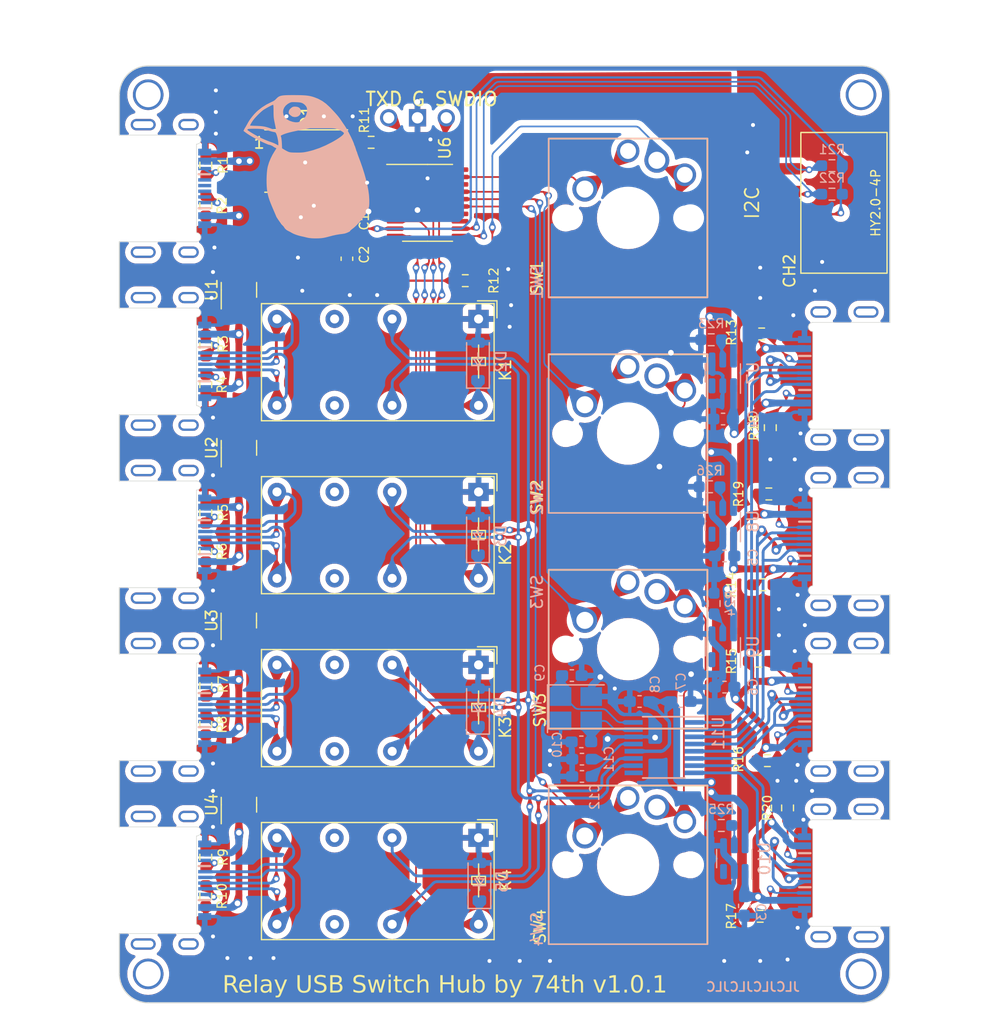
<source format=kicad_pcb>
(kicad_pcb (version 20221018) (generator pcbnew)
  (layers (0 "F.Cu" signal) (31 "B.Cu" signal) (34 "B.Paste" user) (35 "F.Paste" user) (36 "B.SilkS" user "B.Silkscreen") (37 "F.SilkS" user "F.Silkscreen") (38 "B.Mask" user) (39 "F.Mask" user) (44 "Edge.Cuts" user))
  (net 0 "")
  (net 1 "/TXD")
  (net 2 "GND")
  (net 3 "+5V")
  (net 4 "Net-(J3-VBUS)")
  (net 5 "Net-(U11-XI)")
  (net 6 "Net-(J2-VBUS)")
  (net 7 "Net-(U11-XO)")
  (net 8 "Net-(U11-VDD33)")
  (net 10 "Net-(D1-DIN)")
  (net 11 "/BTN2")
  (net 12 "/BTN1")
  (net 13 "/SELECT_U2")
  (net 14 "/SELECT_U1")
  (net 16 "/BTN3")
  (net 17 "/SELECT_U3")
  (net 18 "/SELECT_U4")
  (net 19 "/SWDIO")
  (net 20 "/BTN4")
  (net 21 "/LED")
  (net 22 "Net-(J7-VBUS)")
  (net 25 "Net-(R12-Pad2)")
  (net 26 "Net-(J8-VBUS)")
  (net 28 "Net-(U10-ISET)")
  (net 29 "Net-(U9-ISET)")
  (net 30 "Net-(J9-VBUS)")
  (net 32 "Net-(U8-ISET)")
  (net 33 "Net-(U7-ISET)")
  (net 37 "/DMU1-")
  (net 38 "/DPU1+")
  (net 39 "Net-(J1-CC1)")
  (net 40 "Net-(J1-CC2)")
  (net 41 "/DM1-")
  (net 42 "/DP1+")
  (net 43 "Net-(J2-CC1)")
  (net 44 "Net-(J2-CC2)")
  (net 47 "Net-(J3-CC1)")
  (net 48 "Net-(J3-CC2)")
  (net 49 "/DMU2-")
  (net 50 "/DPU2+")
  (net 51 "Net-(J4-CC1)")
  (net 52 "Net-(J4-CC2)")
  (net 53 "/DMU3-")
  (net 54 "/DPU3+")
  (net 55 "Net-(J5-CC1)")
  (net 56 "Net-(J5-CC2)")
  (net 57 "/DMU4-")
  (net 58 "/DPU4+")
  (net 59 "Net-(J6-CC1)")
  (net 60 "Net-(J6-CC2)")
  (net 61 "/DM2-")
  (net 62 "/DM3-")
  (net 63 "/DM4-")
  (net 65 "/DMU-")
  (net 67 "/DPU+")
  (net 75 "Net-(J7-CC1)")
  (net 76 "Net-(J7-CC2)")
  (net 77 "Net-(J8-CC1)")
  (net 78 "Net-(J8-CC2)")
  (net 79 "Net-(J9-CC1)")
  (net 80 "Net-(J9-CC2)")
  (net 81 "/DP4+")
  (net 82 "/DP3+")
  (net 83 "/DP2+")
  (net 85 "Net-(J1-VBUS)")
  (net 86 "Net-(J4-VBUS)")
  (net 87 "Net-(J6-VBUS)")
  (net 88 "/SCL")
  (net 89 "/SDA")
  (footprint "$74th:M2_v2" (layer "F.Cu") (at 169.545 22.225)
    (fp_text reference "M3" hide)
    (fp_text value "M2_v2" hide)
  )
  (footprint "Relay_THT:Relay_DPDT_Finder_30.22" (layer "F.Cu") (at 135.8175 87.7025 180)
    (fp_text reference "K4")
    (fp_text value "FINDER-30.22")
  )
  (footprint "$74th:CH32V003-DebugPort" (layer "F.Cu") (at 132.969 24.257 -90)
    (fp_text reference "CH1" hide)
    (fp_text value "Dubug")
  )
  (footprint "$sparrow62:MXChocDirect_1Side_1.0u" (layer "F.Cu") (at 149 90.08)
    (fp_text reference "SW4" hide)
    (fp_text value "SW_Push" hide)
  )
  (footprint "$74th:M2_v2" (layer "F.Cu") (at 106.68 99.695)
    (fp_text reference "M2" hide)
    (fp_text value "M2_v2" hide)
  )
  (footprint "Package_TO_SOT_SMD:SOT-23" (layer "F.Cu") (at 114.681 39.4185 90)
    (fp_text reference "U1")
    (fp_text value "CH213K")
  )
  (footprint "$74th:Register_0603_1608" (layer "F.Cu") (at 160.655 94.615)
    (fp_text reference "R17")
    (fp_text value "56k")
  )
  (footprint "$74th:Register_0603_1608" (layer "F.Cu") (at 111.76 62.484 -90)
    (fp_text reference "R6")
    (fp_text value "5.1k")
  )
  (footprint "$74th:Register_0603_1608" (layer "F.Cu") (at 111.76 28.4245 90)
    (fp_text reference "R1")
    (fp_text value "5.1k")
  )
  (footprint "$74th:Register_0603_1608" (layer "F.Cu") (at 163.068 85.0665 -90)
    (fp_text reference "R20")
    (fp_text value "56k")
  )
  (footprint "Package_SO:TSSOP-20_4.4x6.5mm_P0.65mm" (layer "F.Cu") (at 131.318 31.75)
    (fp_text reference "U6")
    (fp_text value "CH32V003F4P6")
  )
  (footprint "$74th:Register_0603_1608" (layer "F.Cu") (at 161.544 51.562 90)
    (fp_text reference "R18")
    (fp_text value "56k")
  )
  (footprint "$74th:HY2.0_Socket_SMD_4Pin" (layer "F.Cu") (at 162.54 31.75 90)
    (fp_text reference "CH2")
    (fp_text value "I2C")
  )
  (footprint "$74th:M2_v2" (layer "F.Cu") (at 106.68 22.225)
    (fp_text reference "M1" hide)
    (fp_text value "M2_v2" hide)
  )
  (footprint "$74th:M2_v2" (layer "F.Cu") (at 169.545 99.695)
    (fp_text reference "M4" hide)
    (fp_text value "M2_v2" hide)
  )
  (footprint "Package_TO_SOT_SMD:SOT-23" (layer "F.Cu") (at 114.681 84.7875 90)
    (fp_text reference "U4")
    (fp_text value "CH213K")
  )
  (footprint "$74th:Register_0603_1608" (layer "F.Cu") (at 111.76 92.837 -90)
    (fp_text reference "R10")
    (fp_text value "5.1k")
  )
  (footprint "$74th:Register_0603_1608" (layer "F.Cu") (at 111.76 89.408 90)
    (fp_text reference "R9")
    (fp_text value "5.1k")
  )
  (footprint "$74th:Register_0603_1608" (layer "F.Cu") (at 126.3415 26.416)
    (fp_text reference "R11")
    (fp_text value "27")
  )
  (footprint "$74th:Capacitor_0603_1608" (layer "F.Cu") (at 124.206 33.401 90)
    (fp_text reference "C1")
    (fp_text value "10u")
  )
  (footprint "Package_TO_SOT_SMD:SOT-23" (layer "F.Cu") (at 114.681 53.34 90)
    (fp_text reference "U2")
    (fp_text value "CH213K")
  )
  (footprint "Relay_THT:Relay_DPDT_Finder_30.22" (layer "F.Cu") (at 135.8175 72.4625 180)
    (fp_text reference "K3")
    (fp_text value "FINDER-30.22")
  )
  (footprint "$sparrow62:MXChocDirect_1Side_1.0u" (layer "F.Cu") (at 149 33.08)
    (fp_text reference "SW1" hide)
    (fp_text value "SW_Push" hide)
  )
  (footprint "$74th:Register_0603_1608" (layer "F.Cu") (at 160.8855 65.405)
    (fp_text reference "R14")
    (fp_text value "56k")
  )
  (footprint "$74th:Capacitor_0603_1608" (layer "F.Cu") (at 124.206 36.576 -90)
    (fp_text reference "C2")
    (fp_text value "100n")
  )
  (footprint "$74th:Register_0603_1608" (layer "F.Cu") (at 111.76 74.295 90)
    (fp_text reference "R7")
    (fp_text value "5.1k")
  )
  (footprint "$74th:Register_0603_1608" (layer "F.Cu") (at 111.76 77.724 -90)
    (fp_text reference "R8")
    (fp_text value "5.1k")
  )
  (footprint "$sparrow62:MXChocDirect_1Side_1.0u" (layer "F.Cu") (at 149 52.08)
    (fp_text reference "SW2" hide)
    (fp_text value "SW_Push" hide)
  )
  (footprint "LED_SMD:LED_WS2812B_PLCC4_5.0x5.0mm_P3.2mm" (layer "F.Cu") (at 120.613 28.066)
    (fp_text reference "D1")
    (fp_text value "WS2812B")
  )
  (footprint "$74th:Register_0603_1608" (layer "F.Cu") (at 160.782 43.307)
    (fp_text reference "R13")
    (fp_text value "56k")
  )
  (footprint "$74th:Register_0603_1608" (layer "F.Cu") (at 134.6435 38.608)
    (fp_text reference "R12")
    (fp_text value "10k")
  )
  (footprint "$74th:Register_0603_1608" (layer "F.Cu") (at 160.528 72.136)
    (fp_text reference "R15")
    (fp_text value "56k")
  )
  (footprint "Package_TO_SOT_SMD:SOT-23" (layer "F.Cu") (at 114.6708 68.5569 90)
    (fp_text reference "U3")
    (fp_text value "CH213K")
  )
  (footprint "$74th:Register_0603_1608" (layer "F.Cu") (at 161.29 80.899)
    (fp_text reference "R16")
    (fp_text value "56k")
  )
  (footprint "Relay_THT:Relay_DPDT_Finder_30.22" (layer "F.Cu") (at 135.8175 41.9825 180)
    (fp_text reference "K1")
    (fp_text value "FINDER-30.22")
  )
  (footprint "Relay_THT:Relay_DPDT_Finder_30.22" (layer "F.Cu") (at 135.8175 57.2225 180)
    (fp_text reference "K2")
    (fp_text value "FINDER-30.22")
  )
  (footprint "$74th:Register_0603_1608" (layer "F.Cu") (at 111.76 47.7755 -90)
    (fp_text reference "R4")
    (fp_text value "5.1k")
  )
  (footprint "$74th:Register_0603_1608" (layer "F.Cu") (at 161.417 57.404)
    (fp_text reference "R19")
    (fp_text value "56k")
  )
  (footprint "$sparrow62:MXChocDirect_1Side_1.0u" (layer "F.Cu") (at 149 71.08)
    (fp_text reference "SW3" hide)
    (fp_text value "SW_Push" hide)
  )
  (footprint "$74th:Register_0603_1608" (layer "F.Cu") (at 111.76 59.055 90)
    (fp_text reference "R5")
    (fp_text value "5.1k")
  )
  (footprint "$74th:Register_0603_1608" (layer "F.Cu") (at 111.76 44.323 90)
    (fp_text reference "R3")
    (fp_text value "5.1k")
  )
  (footprint "$74th:Register_0603_1608" (layer "F.Cu") (at 111.76 32.004 -90)
    (fp_text reference "R2")
    (fp_text value "5.1k")
  )
  (footprint "$74th:D_SOD-123" (layer "B.Cu") (at 135.763 45.72 90)
    (fp_text reference "D2")
    (fp_text value "1N4148W")
  )
  (footprint "Package_SO:QSOP-16_3.9x4.9mm_P0.635mm" (layer "B.Cu") (at 152.146 79.756 180)
    (fp_text reference "U11")
    (fp_text value "CH334R")
  )
  (footprint "$74th:Capacitor_0603_1608" (layer "B.Cu") (at 159.258 93.599 -90)
    (fp_text reference "C3")
    (fp_text value "10u")
  )
  (footprint "$74th:Capacitor_0603_1608" (layer "B.Cu") (at 143.9445 73.406)
    (fp_text reference "C9")
    (fp_text value "22p")
  )
  (footprint "$74th:Register_0603_1608" (layer "B.Cu") (at 166.9815 30.988 180)
    (fp_text reference "R22")
    (fp_text value "1k")
  )
  (footprint "$74th:Register_0603_1608" (layer "B.Cu") (at 156.591 67.056 90)
    (fp_text reference "R24")
    (fp_text value "56k")
  )
  (footprint "$74th:USB-C-12-Pin-MidMount-ali-v5" (layer "B.Cu") (at 172.085 46.99 -90)
    (fp_text reference "J1" hide)
    (fp_text value "USB2.0_C_v3-R")
    (fp_line (start -4.7 6.8) (end -4.7 0) (stroke (width 0.05)) (layer "Edge.Cuts"))
    (fp_line (start 3.9 6.8) (end -3.9 6.8) (stroke (width 0.05)) (layer "Edge.Cuts"))
    (fp_line (start 4.7 6.8) (end 4.7 0) (stroke (width 0.05)) (layer "Edge.Cuts"))
    (fp_arc (start -3.9 6.8) (mid -4.3 7.193079) (end -4.7 6.8) (stroke (width 0.05)) (layer "Edge.Cuts"))
    (fp_arc (start 4.7 6.8) (mid 4.3 7.193079) (end 3.9 6.8) (stroke (width 0.05)) (layer "Edge.Cuts"))
  )
  (footprint "$74th:USB-C-12-Pin-MidMount-ali-v5" (layer "B.Cu") (at 172.085 76.2 -90)
    (fp_text reference "J3" hide)
    (fp_text value "USB2.0_C_v3-R")
    (fp_line (start -4.7 6.8) (end -4.7 0) (stroke (width 0.05)) (layer "Edge.Cuts"))
    (fp_line (start 3.9 6.8) (end -3.9 6.8) (stroke (width 0.05)) (layer "Edge.Cuts"))
    (fp_line (start 4.7 6.8) (end 4.7 0) (stroke (width 0.05)) (layer "Edge.Cuts"))
    (fp_arc (start -3.9 6.8) (mid -4.3 7.193079) (end -4.7 6.8) (stroke (width 0.05)) (layer "Edge.Cuts"))
    (fp_arc (start 4.7 6.8) (mid 4.3 7.193079) (end 3.9 6.8) (stroke (width 0.05)) (layer "Edge.Cuts"))
  )
  (footprint "$74th:Capacitor_0603_1608" (layer "B.Cu") (at 145.034 80.772 180)
    (fp_text reference "C11")
    (fp_text value "100n")
  )
  (footprint "$74th:Capacitor_0603_1608" (layer "B.Cu") (at 145.034 82.296 180)
    (fp_text reference "C12")
    (fp_text value "10u")
  )
  (footprint "Package_TO_SOT_SMD:SOT-23-6" (layer "B.Cu") (at 157.353 70.866 90)
    (fp_text reference "U9")
    (fp_text value "CH217K")
  )
  (footprint "$74th:Register_0603_1608" (layer "B.Cu") (at 166.9815 28.478 180)
    (fp_text reference "R21")
    (fp_text value "1k")
  )
  (footprint "$74th:USB-C-12-Pin-MidMount-ali-v5" (layer "B.Cu") (at 104.14 30.48 90)
    (fp_text reference "J5" hide)
    (fp_text value "Power")
    (fp_line (start -4.7 6.8) (end -4.7 0) (stroke (width 0.05)) (layer "Edge.Cuts"))
    (fp_line (start 3.9 6.8) (end -3.9 6.8) (stroke (width 0.05)) (layer "Edge.Cuts"))
    (fp_line (start 4.7 6.8) (end 4.7 0) (stroke (width 0.05)) (layer "Edge.Cuts"))
    (fp_arc (start -3.9 6.8) (mid -4.3 7.193079) (end -4.7 6.8) (stroke (width 0.05)) (layer "Edge.Cuts"))
    (fp_arc (start 4.7 6.8) (mid 4.3 7.193079) (end 3.9 6.8) (stroke (width 0.05)) (layer "Edge.Cuts"))
  )
  (footprint "Package_TO_SOT_SMD:SOT-23-6" (layer "B.Cu") (at 157.353 46.736 90)
    (fp_text reference "U7")
    (fp_text value "CH217K")
  )
  (footprint "$74th:D_SOD-123" (layer "B.Cu") (at 135.763 61.087 90)
    (fp_text reference "D3")
    (fp_text value "1N4148W")
  )
  (footprint "$74th:USB-C-12-Pin-MidMount-ali-v5" (layer "B.Cu") (at 104.14 76.2 90)
    (fp_text reference "J8" hide)
    (fp_text value "Com")
    (fp_line (start -4.7 6.8) (end -4.7 0) (stroke (width 0.05)) (layer "Edge.Cuts"))
    (fp_line (start 3.9 6.8) (end -3.9 6.8) (stroke (width 0.05)) (layer "Edge.Cuts"))
    (fp_line (start 4.7 6.8) (end 4.7 0) (stroke (width 0.05)) (layer "Edge.Cuts"))
    (fp_arc (start -3.9 6.8) (mid -4.3 7.193079) (end -4.7 6.8) (stroke (width 0.05)) (layer "Edge.Cuts"))
    (fp_arc (start 4.7 6.8) (mid 4.3 7.193079) (end 3.9 6.8) (stroke (width 0.05)) (layer "Edge.Cuts"))
  )
  (footprint "$74th:Capacitor_0603_1608" (layer "B.Cu") (at 157.607 74.422 180)
    (fp_text reference "C6")
    (fp_text value "10u")
  )
  (footprint "$74th:Capacitor_0603_1608" (layer "B.Cu") (at 157.607 62.865 180)
    (fp_text reference "C5")
    (fp_text value "10u")
  )
  (footprint "$74th:USB-C-12-Pin-MidMount-ali-v5" (layer "B.Cu") (at 172.085 90.805 -90)
    (fp_text reference "J4" hide)
    (fp_text value "USB2.0_C_v3-R")
    (fp_line (start -4.7 6.8) (end -4.7 0) (stroke (width 0.05)) (layer "Edge.Cuts"))
    (fp_line (start 3.9 6.8) (end -3.9 6.8) (stroke (width 0.05)) (layer "Edge.Cuts"))
    (fp_line (start 4.7 6.8) (end 4.7 0) (stroke (width 0.05)) (layer "Edge.Cuts"))
    (fp_arc (start -3.9 6.8) (mid -4.3 7.193079) (end -4.7 6.8) (stroke (width 0.05)) (layer "Edge.Cuts"))
    (fp_arc (start 4.7 6.8) (mid 4.3 7.193079) (end 3.9 6.8) (stroke (width 0.05)) (layer "Edge.Cuts"))
  )
  (footprint "$74th:Crystal_SMD_3225-4Pin_3.2x2.5mm_HandSoldering" (layer "B.Cu") (at 144.399 76.327)
    (fp_text reference "Y1")
    (fp_text value "12M")
  )
  (footprint "$74th:74th-15mm" (layer "B.Cu") (at 121.031 29.21 180)
    (fp_text reference "G***" hide)
    (fp_text value "LOGO" hide)
  )
  (footprint "$74th:JLCJLCJLCJLC" (layer "B.Cu") (at 160.02 100.838 180)
    (fp_text reference "REF**" hide)
    (fp_text value "JLCJLCJLCJLC")
  )
  (footprint "Package_TO_SOT_SMD:SOT-23-6" (layer "B.Cu") (at 158.369 89.535 90)
    (fp_text reference "U10")
    (fp_text value "CH217K")
  )
  (footprint "$74th:Register_0603_1608" (layer "B.Cu") (at 156.337 43.815 180)
    (fp_text reference "R23")
    (fp_text value "56k")
  )
  (footprint "$74th:USB-C-12-Pin-MidMount-ali-v5" (layer "B.Cu") (at 104.14 91.44 90)
    (fp_text reference "J9" hide)
    (fp_text value "Com")
    (fp_line (start -4.7 6.8) (end -4.7 0) (stroke (width 0.05)) (layer "Edge.Cuts"))
    (fp_line (start 3.9 6.8) (end -3.9 6.8) (stroke (width 0.05)) (layer "Edge.Cuts"))
    (fp_line (start 4.7 6.8) (end 4.7 0) (stroke (width 0.05)) (layer "Edge.Cuts"))
    (fp_arc (start -3.9 6.8) (mid -4.3 7.193079) (end -4.7 6.8) (stroke (width 0.05)) (layer "Edge.Cuts"))
    (fp_arc (start 4.7 6.8) (mid 4.3 7.193079) (end 3.9 6.8) (stroke (width 0.05)) (layer "Edge.Cuts"))
  )
  (footprint "$74th:Register_0603_1608" (layer "B.Cu") (at 156.1865 56.769 180)
    (fp_text reference "R26")
    (fp_text value "56k")
  )
  (footprint "$74th:Capacitor_0603_1608" (layer "B.Cu") (at 153.543 75.692)
    (fp_text reference "C7")
    (fp_text value "100n")
  )
  (footprint "Package_TO_SOT_SMD:SOT-23-6" (layer "B.Cu") (at 157.353 59.8115 90)
    (fp_text reference "U8")
    (fp_text value "CH217K")
  )
  (footprint "$74th:Capacitor_0603_1608" (layer "B.Cu") (at 144.78 79.248)
    (fp_text reference "C10")
    (fp_text value "22p")
  )
  (footprint "$74th:USB-C-12-Pin-MidMount-ali-v5" (layer "B.Cu") (at 104.14 45.72 90)
    (fp_text reference "J6" hide)
    (fp_text value "Com")
    (fp_line (start -4.7 6.8) (end -4.7 0) (stroke (width 0.05)) (layer "Edge.Cuts"))
    (fp_line (start 3.9 6.8) (end -3.9 6.8) (stroke (width 0.05)) (layer "Edge.Cuts"))
    (fp_line (start 4.7 6.8) (end 4.7 0) (stroke (width 0.05)) (layer "Edge.Cuts"))
    (fp_arc (start -3.9 6.8) (mid -4.3 7.193079) (end -4.7 6.8) (stroke (width 0.05)) (layer "Edge.Cuts"))
    (fp_arc (start 4.7 6.8) (mid 4.3 7.193079) (end 3.9 6.8) (stroke (width 0.05)) (layer "Edge.Cuts"))
  )
  (footprint "$74th:D_SOD-123" (layer "B.Cu") (at 135.89 91.567 90)
    (fp_text reference "D5")
    (fp_text value "1N4148W")
  )
  (footprint "$74th:Register_0603_1608" (layer "B.Cu") (at 157.226 86.614 180)
    (fp_text reference "R25")
    (fp_text value "56k")
  )
  (footprint "$74th:Capacitor_0603_1608" (layer "B.Cu") (at 150.114 75.692 180)
    (fp_text reference "C8")
    (fp_text value "10u")
  )
  (footprint "$74th:USB-C-12-Pin-MidMount-ali-v5" (layer "B.Cu") (at 172.085 61.595 -90)
    (fp_text reference "J2" hide)
    (fp_text value "USB2.0_C_v3-R")
    (fp_line (start -4.7 6.8) (end -4.7 0) (stroke (width 0.05)) (layer "Edge.Cuts"))
    (fp_line (start 3.9 6.8) (end -3.9 6.8) (stroke (width 0.05)) (layer "Edge.Cuts"))
    (fp_line (start 4.7 6.8) (end 4.7 0) (stroke (width 0.05)) (layer "Edge.Cuts"))
    (fp_arc (start -3.9 6.8) (mid -4.3 7.193079) (end -4.7 6.8) (stroke (width 0.05)) (layer "Edge.Cuts"))
    (fp_arc (start 4.7 6.8) (mid 4.3 7.193079) (end 3.9 6.8) (stroke (width 0.05)) (layer "Edge.Cuts"))
  )
  (footprint "$74th:Capacitor_0603_1608" (layer "B.Cu") (at 157.48 50.8 180)
    (fp_text reference "C4")
    (fp_text value "10u")
  )
  (footprint "$74th:D_SOD-123" (layer "B.Cu") (at 135.763 76.201 90)
    (fp_text reference "D4")
    (fp_text value "1N4148W")
  )
  (footprint "$74th:USB-C-12-Pin-MidMount-ali-v5" (layer "B.Cu") (at 104.14 60.96 90)
    (fp_text reference "J7" hide)
    (fp_text value "Com")
    (fp_line (start -4.7 6.8) (end -4.7 0) (stroke (width 0.05)) (layer "Edge.Cuts"))
    (fp_line (start 3.9 6.8) (end -3.9 6.8) (stroke (width 0.05)) (layer "Edge.Cuts"))
    (fp_line (start 4.7 6.8) (end 4.7 0) (stroke (width 0.05)) (layer "Edge.Cuts"))
    (fp_arc (start -3.9 6.8) (mid -4.3 7.193079) (end -4.7 6.8) (stroke (width 0.05)) (layer "Edge.Cuts"))
    (fp_arc (start 4.7 6.8) (mid 4.3 7.193079) (end 3.9 6.8) (stroke (width 0.05)) (layer "Edge.Cuts"))
  )
  (gr_line (start 104.14 50.42) (end 104.14 56.26) (stroke (width 0.1)) (layer "Edge.Cuts"))
  (gr_arc (start 169.545 19.685) (mid 171.341051 20.428949) (end 172.085 22.225) (stroke (width 0.1)) (layer "Edge.Cuts"))
  (gr_line (start 172.085 56.895) (end 172.085 51.69) (stroke (width 0.1)) (layer "Edge.Cuts"))
  (gr_line (start 104.14 80.9) (end 104.14 86.74) (stroke (width 0.1)) (layer "Edge.Cuts"))
  (gr_line (start 172.085 99.695) (end 172.085 95.505) (stroke (width 0.1)) (layer "Edge.Cuts"))
  (gr_line (start 104.14 35.18) (end 104.14 41.02) (stroke (width 0.1)) (layer "Edge.Cuts"))
  (gr_arc (start 106.68 102.235) (mid 104.883949 101.491051) (end 104.14 99.695) (stroke (width 0.1)) (layer "Edge.Cuts"))
  (gr_line (start 106.68 19.685) (end 169.545 19.685) (stroke (width 0.1)) (layer "Edge.Cuts"))
  (gr_line (start 106.68 102.235) (end 169.545 102.235) (stroke (width 0.1)) (layer "Edge.Cuts"))
  (gr_line (start 104.14 25.78) (end 104.14 22.225) (stroke (width 0.1)) (layer "Edge.Cuts"))
  (gr_line (start 104.14 65.66) (end 104.14 71.5) (stroke (width 0.1)) (layer "Edge.Cuts"))
  (gr_line (start 172.085 66.295) (end 172.085 71.5) (stroke (width 0.1)) (layer "Edge.Cuts"))
  (gr_arc (start 104.14 22.225) (mid 104.883949 20.428949) (end 106.68 19.685) (stroke (width 0.1)) (layer "Edge.Cuts"))
  (gr_arc (start 172.085 99.695) (mid 171.341051 101.491051) (end 169.545 102.235) (stroke (width 0.1)) (layer "Edge.Cuts"))
  (gr_line (start 172.085 42.29) (end 172.085 22.225) (stroke (width 0.1)) (layer "Edge.Cuts"))
  (gr_line (start 104.14 99.695) (end 104.14 96.14) (stroke (width 0.1)) (layer "Edge.Cuts"))
  (gr_line (start 172.085 80.9) (end 172.085 86.105) (stroke (width 0.1)) (layer "Edge.Cuts"))
  (gr_text "Relay USB Switch Hub by 74th v1.0.1" (at 132.842 100.711) (layer "F.SilkS") (effects (font (size 1.5 1.5) (thickness 0.1875))))
  (segment (start 129.667 28.621893) (end 129.667 26.242107) (width 0.15) (layer "F.Cu") (net 1))
  (segment (start 129.167447 29.328553) (end 129.520554 28.975446) (width 0.15) (layer "F.Cu") (net 1))
  (segment (start 129.520553 25.888553) (end 127.889 24.257) (width 0.15) (layer "F.Cu") (net 1))
  (arc (start 129.167447 29.328553) (mid 129.005235 29.43694) (end 128.813893 29.475) (width 0.15) (layer "F.Cu") (net 1))
  (arc (start 129.667 26.242107) (mid 129.62894 26.050765) (end 129.520553 25.888553) (width 0.15) (layer "F.Cu") (net 1))
  (arc (start 129.667 28.621893) (mid 129.62894 28.813234) (end 129.520554 28.975446) (width 0.15) (layer "F.Cu") (net 1))
  (segment (start 130.235447 32.578553) (end 130.429 32.385) (width 0.3) (layer "F.Cu") (net 2))
  (segment (start 131.017107 26.162) (end 131.572 26.162) (width 0.3) (layer "F.Cu") (net 2))
  (segment (start 130.429 24.257) (end 130.429 22.86) (width 0.3) (layer "F.Cu") (net 2))
  (segment (start 130.575447 25.927447) (end 130.663554 26.015554) (width 0.3) (layer "F.Cu") (net 2))
  (segment (start 126.177553 32.578553) (end 126.111 32.512) (width 0.3) (layer "F.Cu") (net 2))
  (segment (start 128.4555 32.725) (end 129.881893 32.725) (width 0.3) (layer "F.Cu") (net 2))
  (segment (start 130.429 24.257) (end 130.429 25.573893) (width 0.3) (layer "F.Cu") (net 2))
  (segment (start 128.4555 32.725) (end 126.531107 32.725) (width 0.3) (layer "F.Cu") (net 2))
  (via (at 112.522 35.687) (size 0.6) (drill 0.35) (layers "F.Cu" "B.Cu") (net 2))
  (via (at 163.83 82.677) (size 0.6) (drill 0.35) (layers "F.Cu" "B.Cu") (net 2))
  (via (at 136.779 98.552) (size 0.6) (drill 0.35) (layers "F.Cu" "B.Cu") (net 2))
  (via (at 130.429 22.86) (size 0.8) (drill 0.5) (layers "F.Cu" "B.Cu") (net 2))
  (via (at 162.179 82.677) (size 0.6) (drill 0.35) (layers "F.Cu" "B.Cu") (net 2))
  (via (at 138.684 40.767) (size 0.6) (drill 0.35) (layers "F.Cu" "B.Cu") (net 2))
  (via (at 163.957 81.28) (size 0.6) (drill 0.35) (layers "F.Cu" "B.Cu") (net 2))
  (via (at 142.113 98.552) (size 0.6) (drill 0.35) (layers "F.Cu" "B.Cu") (net 2))
  (via (at 130.429 32.385) (size 0.8) (drill 0.5) (layers "F.Cu" "B.Cu") (net 2))
  (via (at 159.512 27.305) (size 0.6) (drill 0.35) (layers "F.Cu" "B.Cu") (net 2))
  (via (at 163.957 66.294) (size 0.6) (drill 0.35) (layers "F.Cu" "B.Cu") (net 2))
  (via (at 112.395 83.566) (size 0.6) (drill 0.35) (layers "F.Cu" "B.Cu") (net 2))
  (via (at 147.828 74.549) (size 0.6) (drill 0.35) (layers "F.Cu" "B.Cu") (net 2))
  (via (at 138.43 37.592) (size 0.6) (drill 0.35) (layers "F.Cu" "B.Cu") (net 2))
  (via (at 164.211 57.023) (size 0.6) (drill 0.35) (layers "F.Cu" "B.Cu") (net 2))
  (via (at 112.649 25.654) (size 0.6) (drill 0.35) (layers "F.Cu" "B.Cu") (net 2))
  (via (at 162.306 69.85) (size 0.6) (drill 0.35) (layers "F.Cu" "B.Cu") (net 2))
  (via (at 138.557 42.672) (size 0.6) (drill 0.35) (layers "F.Cu" "B.Cu") (net 2))
  (via (at 112.395 65.913) (size 0.6) (drill 0.35) (layers "F.Cu" "B.Cu") (net 2))
  (via (at 164.465 86.106) (size 0.6) (drill 0.35) (layers "F.Cu" "B.Cu") (net 2))
  (via (at 163.703 54.356) (size 0.6) (drill 0.35) (layers "F.Cu" "B.Cu") (net 2))
  (via (at 122.174 24.13) (size 0.6) (drill 0.35) (layers "F.Cu" "B.Cu") (net 2))
  (via (at 164.211 52.07) (size 0.6) (drill 0.35) (layers "F.Cu" "B.Cu") (net 2))
  (via (at 162.306 67.564) (size 0.6) (drill 0.35) (layers "F.Cu" "B.Cu") (net 2))
  (via (at 164.592 68.961) (size 0.6) (drill 0.35) (layers "F.Cu" "B.Cu") (net 2))
  (via (at 112.395 86.741) (size 0.6) (drill 0.35) (layers "F.Cu" "B.Cu") (net 2))
  (via (at 151.384 78.867) (size 0.8) (drill 0.5) (layers "F.Cu" "B.Cu") (net 2))
  (via (at 120.142 33.02) (size 0.6) (drill 0.35) (layers "F.Cu" "B.Cu") (net 2))
  (via (at 161.544 54.356) (size 0.6) (drill 0.35) (layers "F.Cu" "B.Cu") (net 2))
  (via (at 115.697 98.298) (size 0.6) (drill 0.35) (layers "F.Cu" "B.Cu") (net 2))
  (via (at 112.395 55.753) (size 0.6) (drill 0.35) (layers "F.Cu" "B.Cu") (net 2))
  (via (at 142.113 81.28) (size 0.6) (drill 0.35) (layers "F.Cu" "B.Cu") (net 2))
  (via (at 117.729 98.298) (size 0.6) (drill 0.35) (layers "F.Cu" "B.Cu") (net 2))
  (via (at 112.395 96.393) (size 0.6) (drill 0.35) (layers "F.Cu" "B.Cu") (net 2))
  (via (at 113.665 98.298) (size 0.6) (drill 0.35) (layers "F.Cu" "B.Cu") (net 2))
  (via (at 112.395 81.153) (size 0.6) (drill 0.35) (layers "F.Cu" "B.Cu") (net 2))
  (via (at 151.765 54.991) (size 0.8) (drill 0.5) (layers "F.Cu" "B.Cu") (net 2))
  (via (at 112.395 50.673) (size 0.6) (drill 0.35) (layers "F.Cu" "B.Cu") (net 2))
  (via (at 112.395 68.453) (size 0.6) (drill 0.35) (layers "F.Cu" "B.Cu") (net 2))
  (via (at 139.446 98.552) (size 0.6) (drill 0.35) (layers "F.Cu" "B.Cu") (net 2))
  (via (at 160.02 24.892) (size 0.6) (drill 0.35) (layers "F.Cu" "B.Cu") (net 2))
  (via (at 165.481 39.497) (size 0.6) (drill 0.35) (layers "F.Cu" "B.Cu") (net 2))
  (via (at 112.395 37.846) (size 0.6) (drill 0.35) (layers "F.Cu" "B.Cu") (net 2))
  (via (at 160.655 98.552) (size 0.6) (drill 0.35) (layers "F.Cu" "B.Cu") (net 2))
  (via (at 160.655 40.132) (size 0.6) (drill 0.35) (layers "F.Cu" "B.Cu") (net 2))
  (via (at 147.193 78.994) (size 0.8) (drill 0.5) (layers "F.Cu" "B.Cu") (net 2))
  (via (at 166.116 36.957) (size 0.6) (drill 0.35) (layers "F.Cu" "B.Cu") (net 2))
  (via (at 163.703 71.247) (size 0.6) (drill 0.35) (layers "F.Cu" "B.Cu") (net 2))
  (via (at 112.395 53.086) (size 0.6) (drill 0.35) (layers "F.Cu" "B.Cu") (net 2))
  (via (at 157.48 98.552) (size 0.6) (drill 0.35) (layers "F.Cu" "B.Cu") (net 2))
  (via (at 121.285 32.004) (size 0.6) (drill 0.35) (layers "F.Cu" "B.Cu") (net 2))
  (via (at 112.649 23.749) (size 0.6) (drill 0.35) (layers "F.Cu" "B.Cu") (net 2))
  (via (at 126.873 39.878) (size 0.6) (drill 0.35) (layers "F.Cu" "B.Cu") (net 2))
  (via (at 163.957 95.631) (size 0.6) (drill 0.35) (layers "F.Cu" "B.Cu") (net 2))
  (via (at 163.576 41.656) (size 0.6) (drill 0.35) (layers "F.Cu" "B.Cu") (net 2))
  (via (at 131.318 29.591) (size 0.6) (drill 0.35) (layers "F.Cu" "B.Cu") (net 2))
  (via (at 142.113 80.01) (size 0.6) (drill 0.35) (layers "F.Cu" "B.Cu") (net 2))
  (via (at 112.268 40.132) (size 0.6) (drill 0.35) (layers "F.Cu" "B.Cu") (net 2))
  (via (at 118.872 24.13) (size 0.6) (drill 0.35) (layers "F.Cu" "B.Cu") (net 2))
  (via (at 163.068 98.425) (size 0.6) (drill 0.35) (layers "F.Cu" "B.Cu") (net 2))
  (via (at 165.227 83.566) (size 0.6) (drill 0.35) (layers "F.Cu" "B.Cu") (net 2))
  (via (at 120.269 39.497) (size 0.6) (drill 0.35) (layers "F.Cu" "B.Cu") (net 2))
  (via (at 112.395 70.739) (size 0.6) (drill 0.35) (layers "F.Cu" "B.Cu") (net 2))
  (via (at 131.572 26.162) (size 0.6) (drill 0.35) (layers "F.Cu" "B.Cu") (net 2))
  (via (at 112.649 21.844) (size 0.6) (drill 0.35) (layers "F.Cu" "B.Cu") (net 2))
  (via (at 120.523 28.194) (size 0.6) (drill 0.35) (layers "F.Cu" "B.Cu") (net 2))
  (via (at 126.111 32.512) (size 0.8) (drill 0.5) (layers "F.Cu" "B.Cu") (net 2))
  (via (at 124.714 24.13) (size 0.6) (drill 0.35) (layers "F.Cu" "B.Cu") (net 2))
  (via (at 124.46 39.878) (size 0.6) (drill 0.35) (layers "F.Cu" "B.Cu") (net 2))
  (via (at 146.558 73.533) (size 0.8) (drill 0.5) (layers "F.Cu" "B.Cu") (net 2))
  (via (at 125.984 29.972) (size 0.6) (drill 0.35) (layers "F.Cu" "B.Cu") (net 2))
  (via (at 154.559 73.279) (size 0.8) (drill 0.5) (layers "F.Cu" "B.Cu") (net 2))
  (via (at 152.781 44.958) (size 0.8) (drill 0.5) (layers "F.Cu" "B.Cu") (net 2))
  (via (at 160.655 37.465) (size 0.6) (drill 0.35) (layers "F.Cu" "B.Cu") (net 2))
  (via (at 119.888 36.576) (size 0.6) (drill 0.35) (layers "F.Cu" "B.Cu") (net 2))
  (arc (start 129.881893 32.725) (mid 130.073235 32.68694) (end 130.235447 32.578553) (width 0.3) (layer "F.Cu") (net 2))
  (arc (start 130.663554 26.015554) (mid 130.825766 26.12394) (end 131.017107 26.162) (width 0.3) (layer "F.Cu") (net 2))
  (arc (start 130.575447 25.927447) (mid 130.46706 25.765235) (end 130.429 25.573893) (width 0.3) (layer "F.Cu") (net 2))
  (arc (start 126.531107 32.725) (mid 126.339765 32.68694) (end 126.177553 32.578553) (width 0.3) (layer "F.Cu") (net 2))
  (segment (start 113.201447 27.133553) (end 113.264554 27.070446) (width 0.3) (layer "B.Cu") (net 2))
  (segment (start 151.3205 78.8035) (end 151.384 78.867) (width 0.3) (layer "B.Cu") (net 2))
  (segment (start 157.353 60.949) (end 157.353 61.949393) (width 0.6) (layer "B.Cu") (net 2))
  (segment (start 151.022447 76.981447) (end 151.237554 77.196554) (width 0.3) (layer "B.Cu") (net 2))
  (segment (start 162.896553 72.853553) (end 162.579446 72.536446) (width 0.3) (layer "B.Cu") (net 2))
  (segment (start 112.928 48.92) (end 113.057447 49.049447) (width 0.3) (layer "B.Cu") (net 2))
  (segment (start 157.353 73.279) (end 157.353 73.506393) (width 0.6) (layer "B.Cu") (net 2))
  (segment (start 164.56 94.005) (end 163.377107 94.005) (width 0.3) (layer "B.Cu") (net 2))
  (segment (start 155.274107 49.53) (end 156.891893 49.53) (width 0.3) (layer "B.Cu") (net 2))
  (segment (start 147.237053 78.949947) (end 147.193 78.994) (width 0.3) (layer "B.Cu") (net 2))
  (segment (start 149.4917 78.8035) (end 151.3205 78.8035) (width 0.3) (layer "B.Cu") (net 2))
  (segment (start 145.895447 74.195553) (end 146.558 73.533) (width 0.6) (layer "B.Cu") (net 2))
  (segment (start 149.1515 76.7615) (end 149.225 76.835) (width 0.3) (layer "B.Cu") (net 2))
  (segment (start 163.404553 50.336447) (end 163.341446 50.399554) (width 0.3) (layer "B.Cu") (net 2))
  (segment (start 111.665 79.4) (end 112.847893 79.4) (width 0.3) (layer "B.Cu") (net 2))
  (segment (start 113.411 79.963107) (end 113.411 80.137) (width 0.3) (layer "B.Cu") (net 2))
  (segment (start 161.544 56.053893) (end 161.544 54.356) (width 0.3) (layer "B.Cu") (net 2))
  (segment (start 163.068 95.076107) (end 163.068 98.425) (width 0.3) (layer "B.Cu") (net 2))
  (segment (start 163.023553 94.151447) (end 162.687 94.488) (width 0.3) (layer "B.Cu") (net 2))
  (segment (start 155.555553 46.589553) (end 155.067 46.101) (width 0.3) (layer "B.Cu") (net 2))
  (segment (start 152.4 51.435) (end 152.4 54.148893) (width 0.3) (layer "B.Cu") (net 2))
  (segment (start 163.341447 51.200447) (end 164.211 52.07) (width 0.3) (layer "B.Cu") (net 2))
  (segment (start 111.665 48.92) (end 112.928 48.92) (width 0.3) (layer "B.Cu") (net 2))
  (segment (start 151.384 77.550107) (end 151.384 78.867) (width 0.3) (layer "B.Cu") (net 2))
  (segment (start 111.665 27.28) (end 112.847893 27.28) (width 0.3) (layer "B.Cu") (net 2))
  (segment (start 111.665 64.16) (end 112.720893 64.16) (width 0.3) (layer "B.Cu") (net 2))
  (segment (start 157.565447 89.239447) (end 157.861 89.535) (width 0.6) (layer "B.Cu") (net 2))
  (segment (start 149.1515 75.692) (end 149.1515 76.7615) (width 0.3) (layer "B.Cu") (net 2))
  (segment (start 142.748 79.074107) (end 142.748 80.437893) (width 0.3) (layer "B.Cu") (net 2))
  (segment (start 113.411 34.243107) (end 113.411 34.590893) (width 0.3) (layer "B.Cu") (net 2))
  (segment (start 141.478 78.659893) (end 141.478 78.058107) (width 0.3) (layer "B.Cu") (net 2))
  (segment (start 111.665 88.24) (end 112.928 88.24) (width 0.3) (layer "B.Cu") (net 2))
  (segment (start 162.433 72.182893) (end 162.433 69.977) (width 0.3) (layer "B.Cu") (net 2))
  (segment (start 113.264553 26.269553) (end 112.649 25.654) (width 0.3) (layer "B.Cu") (net 2))
  (segment (start 162.667553 83.165553) (end 162.179 82.677) (width 0.3) (layer "B.Cu") (net 2))
  (segment (start 157.206553 62.302947) (end 156.6445 62.865) (width 0.6) (layer "B.Cu") (net 2))
  (segment (start 157.206553 73.859947) (end 156.6445 74.422) (width 0.6) (layer "B.Cu") (net 2))
  (segment (start 149.225 76.835) (end 150.668893 76.835) (width 0.3) (layer "B.Cu") (net 2))
  (segment (start 157.353 72.0035) (end 157.353 73.279) (width 0.6) (layer "B.Cu") (net 2))
  (segment (start 162.306 66.247107) (end 162.306 67.564) (width 0.3) (layer "B.Cu") (net 2))
  (segment (start 156.403 46.65) (end 156.464 46.711) (width 0.6) (layer "B.Cu") (net 2))
  (segment (start 157.353 46.99) (end 157.245446 46.882446) (width 0.3) (layer "B.Cu") (net 2))
  (segment (start 162.687 94.488) (end 162.921554 94.722554) (width 0.3) (layer "B.Cu") (net 2))
  (segment (start 111.665 42.52) (end 112.974893 42.52) (width 0.3) (layer "B.Cu") (net 2))
  (segment (start 111.665 57.76) (end 112.847893 57.76) (width 0.3) (layer "B.Cu") (net 2))
  (segment (start 163.531553 58.248553) (end 161.690446 56.407446) (width 0.3) (layer "B.Cu") (net 2))
  (segment (start 164.56 73) (end 163.250107 73) (width 0.3) (layer "B.Cu") (net 2))
  (segment (start 113.201447 57.613553) (end 113.284 57.531) (width 0.3) (layer "B.Cu") (net 2))
  (segment (start 154.324447 50.272553) (end 154.559 50.038) (width 0.3) (layer "B.Cu") (net 2))
  (segment (start 113.284 57.531) (end 112.541446 56.788446) (width 0.3) (layer "B.Cu") (net 2))
  (segment (start 113.411 72.436893) (end 113.411 71.962107) (width 0.3) (layer "B.Cu") (net 2))
  (segment (start 163.195 50.753107) (end 163.195 50.846893) (width 0.3) (layer "B.Cu") (net 2))
  (segment (start 112.395 50.626107) (end 112.395 50.673) (width 0.3) (layer "B.Cu") (net 2))
  (segment (start 158.369 90.6725) (end 158.369 90.247868) (width 0.6) (layer "B.Cu") (net 2))
  (segment (start 164.56 87.605) (end 164.042345 87.605) (width 0.3) (layer "B.Cu") (net 2))
  (segment (start 113.411 80.137) (end 112.395 81.153) (width 0.3) (layer "B.Cu") (net 2))
  (segment (start 162.433 69.977) (end 162.306 69.85) (width 0.3) (layer "B.Cu") (net 2))
  (segment (start 113.057446 49.756554) (end 112.541446 50.272554) (width 0.3) (layer "B.Cu") (net 2))
  (segment (start 142.113 80.01) (end 142.113 79.709107) (width 0.3) (layer "B.Cu") (net 2))
  (segment (start 142.601553 80.791447) (end 142.113 81.28) (width 0.3) (layer "B.Cu") (net 2))
  (segment (start 113.411 26.716893) (end 113.411 26.623107) (width 0.3) (layer "B.Cu") (net 2))
  (segment (start 113.264553 71.608553) (end 112.395 70.739) (width 0.3) (layer "B.Cu") (net 2))
  (segment (start 111.665 33.68) (end 112.847893 33.68) (width 0.3) (layer "B.Cu") (net 2))
  (segment (start 156.403 59.098632) (end 156.403 58.674) (width 0.6) (layer "B.Cu") (net 2))
  (segment (start 156.403 45.5985) (end 156.403 46.65) (width 0.6) (layer "B.Cu") (net 2))
  (segment (start 113.074447 94.786447) (end 113.518554 95.230554) (width 0.3) (layer "B.Cu") (net 2))
  (segment (start 111.665 94.64) (end 112.720893 94.64) (width 0.3) (layer "B.Cu") (net 2))
  (segment (start 141.624447 77.704553) (end 141.780554 77.548446) (width 0.3) (layer "B.Cu") (net 2))
  (segment (start 113.538 41.956893) (end 113.538 41.609107) (width 0.3) (layer "B.Cu") (net 2))
  (segment (start 157.245447 49.383553) (end 157.353 49.276) (width 0.3) (layer "B.Cu") (net 2))
  (segment (start 158.222553 89.894314) (end 157.86212 89.533881) (width 0.6) (layer "B.Cu") (net 2))
  (segment (start 157.206553 60.109292) (end 156.549446 59.452185) (width 0.6) (layer "B.Cu") (net 2))
  (segment (start 164.56 43.79) (end 162.615107 43.79) (width 0.3) (layer "B.Cu") (net 2))
  (segment (start 163.404553 64.941447) (end 162.452446 65.893554) (width 0.3) (layer "B.Cu") (net 2))
  (segment (start 162.179 81.233107) (end 162.179 82.677) (width 0.3) (layer "B.Cu") (net 2))
  (segment (start 157.419 88.3975) (end 157.419 88.885893) (width 0.6) (layer "B.Cu") (net 2))
  (segment (start 162.814 86.376655) (end 162.814 83.519107) (width 0.3) (layer "B.Cu") (net 2))
  (segment (start 112.395 86.787893) (end 112.395 86.741) (width 0.3) (layer "B.Cu") (net 2))
  (segment (start 164.56 50.19) (end 163.758107 50.19) (width 0.3) (layer "B.Cu") (net 2))
  (segment (start 148.670107 76.835) (end 149.225 76.835) (width 0.3) (layer "B.Cu") (net 2))
  (segment (start 153.970893 50.419) (end 153.115107 50.419) (width 0.3) (layer "B.Cu") (net 2))
  (segment (start 157.353 60.949) (end 157.353 60.462846) (width 0.6) (layer "B.Cu") (net 2))
  (segment (start 145.749 75.252) (end 145.749 74.549107) (width 0.6) (layer "B.Cu") (net 2))
  (segment (start 147.828 74.549) (end 147.828 75.992893) (width 0.3) (layer "B.Cu") (net 2))
  (segment (start 157.353 49.276) (end 157.353 47.8735) (width 0.3) (layer "B.Cu") (net 2))
  (segment (start 113.074447 64.306447) (end 113.264554 64.496554) (width 0.3) (layer "B.Cu") (net 2))
  (segment (start 152.253553 54.502447) (end 151.765 54.991) (width 0.3) (layer "B.Cu") (net 2))
  (segment (start 164.56 79.4) (end 164.012107 79.4) (width 0.3) (layer "B.Cu") (net 2))
  (segment (start 160.655 41.829893) (end 160.655 40.132) (width 0.3) (layer "B.Cu") (net 2))
  (segment (start 113.328447 42.373553) (end 113.391554 42.310446) (width 0.3) (layer "B.Cu") (net 2))
  (segment (start 112.928 88.24) (end 112.930447 88.237553) (width 0.3) (layer "B.Cu") (net 2))
  (segment (start 111.665 73) (end 112.847893 73) (width 0.3) (layer "B.Cu") (net 2))
  (segment (start 156.403 69.7285) (end 156.403 70.153132) (width 0.6) (layer "B.Cu") (net 2))
  (segment (start 162.261553 43.643553) (end 160.801446 42.183446) (width 0.3) (layer "B.Cu") (net 2))
  (segment (start 153.716893 44.958) (end 152.781 44.958) (width 0.3) (layer "B.Cu") (net 2))
  (segment (start 113.411 64.850107) (end 113.411 64.897) (width 0.3) (layer "B.Cu") (net 2))
  (segment (start 142.134107 77.402) (end 143.049 77.402) (width 0.3) (layer "B.Cu") (net 2))
  (segment (start 154.559 50.038) (end 154.920554 49.676446) (width 0.3) (layer "B.Cu") (net 2))
  (segment (start 141.966553 79.355553) (end 141.624446 79.013446) (width 0.3) (layer "B.Cu") (net 2))
  (segment (start 164.56 64.795) (end 163.758107 64.795) (width 0.3) (layer "B.Cu") (net 2))
  (segment (start 164.56 58.395) (end 163.885107 58.395) (width 0.3) (layer "B.Cu") (net 2))
  (segment (start 113.201447 79.546447) (end 113.264554 79.609554) (width 0.3) (layer "B.Cu") (net 2))
  (segment (start 155.067 46.101) (end 154.070446 45.104446) (width 0.3) (layer "B.Cu") (net 2))
  (segment (start 142.902553 78.712447) (end 142.894446 78.720554) (width 0.3) (layer "B.Cu") (net 2))
  (segment (start 163.688791 87.458553) (end 162.960446 86.730208) (width 0.3) (layer "B.Cu") (net 2))
  (segment (start 149.4917 78.8035) (end 147.590607 78.8035) (width 0.3) (layer "B.Cu") (net 2))
  (segment (start 156.891893 46.736) (end 155.909107 46.736) (width 0.3) (layer "B.Cu") (net 2))
  (segment (start 113.411 64.897) (end 112.395 65.913) (width 0.3) (layer "B.Cu") (net 2))
  (segment (start 112.395 56.434893) (end 112.395 55.753) (width 0.3) (layer "B.Cu") (net 2))
  (segment (start 113.201447 33.826447) (end 113.264554 33.889554) (width 0.3) (layer "B.Cu") (net 2))
  (segment (start 152.4 51.134107) (end 152.4 51.435) (width 0.3) (layer "B.Cu") (net 2))
  (segment (start 157.353 47.8735) (end 157.353 46.99) (width 0.3) (layer "B.Cu") (net 2))
  (segment (start 143.049 77.402) (end 143.049 78.358893) (width 0.3) (layer "B.Cu") (net 2))
  (segment (start 113.391553 41.255553) (end 112.268 40.132) (width 0.3) (layer "B.Cu") (net 2))
  (segment (start 147.974447 76.346447) (end 148.316554 76.688554) (width 0.3) (layer "B.Cu") (net 2))
  (segment (start 163.658553 79.546447) (end 162.325446 80.879554) (width 0.3) (layer "B.Cu") (net 2))
  (segment (start 157.353 71.517346) (end 157.353 72.0035) (width 0.6) (layer "B.Cu") (net 2))
  (segment (start 113.264553 34.944447) (end 112.522 35.687) (width 0.3) (layer "B.Cu") (net 2))
  (segment (start 113.665 95.584107) (end 113.665 98.298) (width 0.3) (layer "B.Cu") (net 2))
  (segment (start 157.353 73.279) (end 154.559 73.279) (width 0.6) (layer "B.Cu") (net 2))
  (segment (start 152.761553 50.565447) (end 152.546446 50.780554) (width 0.3) (layer "B.Cu") (net 2))
  (segment (start 156.549447 70.506686) (end 157.206554 71.163793) (width 0.6) (layer "B.Cu") (net 2))
  (segment (start 112.930446 87.530446) (end 112.541446 87.141446) (width 0.3) (layer "B.Cu") (net 2))
  (segment (start 113.201447 72.853553) (end 113.264554 72.790446) (width 0.3) (layer "B.Cu") (net 2))
  (arc (start 163.688791 87.458553) (mid 163.851003 87.56694) (end 164.042345 87.605) (width 0.3) (layer "B.Cu") (net 2))
  (arc (start 143.049 78.358893) (mid 143.01094 78.550235) (end 142.902553 78.712447) (width 0.3) (layer "B.Cu") (net 2))
  (arc (start 163.341447 51.200447) (mid 163.23306 51.038235) (end 163.195 50.846893) (width 0.3) (layer "B.Cu") (net 2))
  (arc (start 162.325446 80.879554) (mid 162.21706 81.041766) (end 162.179 81.233107) (width 0.3) (layer "B.Cu") (net 2))
  (arc (start 113.201447 79.546447) (mid 113.039235 79.43806) (end 112.847893 79.4) (width 0.3) (layer "B.Cu") (net 2))
  (arc (start 152.546446 50.780554) (mid 152.43806 50.942766) (end 152.4 51.134107) (width 0.3) (layer "B.Cu") (net 2))
  (arc (start 141.966553 79.355553) (mid 142.07494 79.517765) (end 142.113 79.709107) (width 0.3) (layer "B.Cu") (net 2))
  (arc (start 152.4 54.148893) (mid 152.36194 54.340235) (end 152.253553 54.502447) (width 0.3) (layer "B.Cu") (net 2))
  (arc (start 113.264553 34.944447) (mid 113.37294 34.782235) (end 113.411 34.590893) (width 0.3) (layer "B.Cu") (net 2))
  (arc (start 154.324447 50.272553) (mid 154.162235 50.38094) (end 153.970893 50.419) (width 0.3) (layer "B.Cu") (net 2))
  (arc (start 141.624446 79.013446) (mid 141.51606 78.851234) (end 141.478 78.659893) (width 0.3) (layer "B.Cu") (net 2))
  (arc (start 141.624447 77.704553) (mid 141.51606 77.866765) (end 141.478 78.058107) (width 0.3) (layer "B.Cu") (net 2))
  (arc (start 113.264554 72.790446) (mid 113.37294 72.628234) (end 113.411 72.436893) (width 0.3) (layer "B.Cu") (net 2))
  (arc (start 142.748 80.437893) (mid 142.70994 80.629235) (end 142.601553 80.791447) (width 0.3) (layer "B.Cu") (net 2))
  (arc (start 162.896553 72.853553) (mid 163.058765 72.96194) (end 163.250107 73) (width 0.3) (layer "B.Cu") (net 2))
  (arc (start 152.761553 50.565447) (mid 152.923765 50.45706) (end 153.115107 50.419) (width 0.3) (layer "B.Cu") (net 2))
  (arc (start 163.885107 58.395) (mid 163.693765 58.35694) (end 163.531553 58.248553) (width 0.3) (layer "B.Cu") (net 2))
  (arc (start 163.758107 64.795) (mid 163.566765 64.83306) (end 163.404553 64.941447) (width 0.3) (layer "B.Cu") (net 2))
  (arc (start 162.615107 43.79) (mid 162.423765 43.75194) (end 162.261553 43.643553) (width 0.3) (layer "B.Cu") (net 2))
  (arc (start 160.655 41.829893) (mid 160.69306 42.021234) (end 160.801446 42.183446) (width 0.3) (layer "B.Cu") (net 2))
  (arc (start 112.720893 94.64) (mid 112.912235 94.67806) (end 113.074447 94.786447) (width 0.3) (layer "B.Cu") (net 2))
  (arc (start 162.960446 86.730208) (mid 162.85206 86.567996) (end 162.814 86.376655) (width 0.3) (layer "B.Cu") (net 2))
  (arc (start 156.403 70.153132) (mid 156.44106 70.344474) (end 156.549447 70.506686) (width 0.6) (layer "B.Cu") (net 2))
  (arc (start 147.974447 76.346447) (mid 147.86606 76.184235) (end 147.828 75.992893) (width 0.3) (layer "B.Cu") (net 2))
  (arc (start 151.237554 77.196554) (mid 151.34594 77.358766) (end 151.384 77.550107) (width 0.3) (layer "B.Cu") (net 2))
  (arc (start 113.201447 33.826447) (mid 113.039235 33.71806) (end 112.847893 33.68) (width 0.3) (layer "B.Cu") (net 2))
  (arc (start 113.411 64.850107) (mid 113.37294 64.658766) (end 113.264554 64.496554) (width 0.3) (layer "B.Cu") (net 2))
  (arc (start 112.395 56.434893) (mid 112.43306 56.626234) (end 112.541446 56.788446) (width 0.3) (layer "B.Cu") (net 2))
  (arc (start 154.920554 49.676446) (mid 155.082766 49.56806) (end 155.274107 49.53) (width 0.3) (layer "B.Cu") (net 2))
  (arc (start 162.579446 72.536446) (mid 162.47106 72.374234) (end 162.433 72.182893) (width 0.3) (layer "B.Cu") (net 2))
  (arc (start 148.316554 76.688554) (mid 148.478766 76.79694) (end 148.670107 76.835) (width 0.3) (layer "B.Cu") (net 2))
  (arc (start 157.353 71.517346) (mid 157.31494 71.326005) (end 157.206554 71.163793) (width 0.6) (layer "B.Cu") (net 2))
  (arc (start 112.720893 64.16) (mid 112.912235 64.19806) (end 113.074447 64.306447) (width 0.3) (layer "B.Cu") (net 2))
  (arc (start 112.930446 87.530446) (mid 113.076893 87.883999) (end 112.930447 88.237553) (width 0.3) (layer "B.Cu") (net 2))
  (arc (start 157.353 73.506393) (mid 157.31494 73.697735) (end 157.206553 73.859947) (width 0.6) (layer "B.Cu") (net 2))
  (arc (start 112.847893 57.76) (mid 113.039235 57.72194) (end 113.201447 57.613553) (width 0.3) (layer "B.Cu") (net 2))
  (arc (start 158.369 90.247868) (mid 158.33094 90.056526) (end 158.222553 89.894314) (width 0.6) (layer "B.Cu") (net 2))
  (arc (start 157.353 61.949393) (mid 157.31494 62.140735) (end 157.206553 62.302947) (width 0.6) (layer "B.Cu") (net 2))
  (arc (start 151.022447 76.981447) (mid 150.860235 76.87306) (end 150.668893 76.835) (width 0.3) (layer "B.Cu") (net 2))
  (arc (start 162.667553 83.165553) (mid 162.77594 83.327765) (end 162.814 83.519107) (width 0.3) (layer "B.Cu") (net 2))
  (arc (start 112.974893 42.52) (mid 113.166235 42.48194) (end 113.328447 42.373553) (width 0.3) (layer "B.Cu") (net 2))
  (arc (start 163.658553 79.546447) (mid 163.820765 79.43806) (end 164.012107 79.4) (width 0.3) (layer "B.Cu") (net 2))
  (arc (start 156.403 59.098632) (mid 156.44106 59.289973) (end 156.549446 59.452185) (width 0.6) (layer "B.Cu") (net 2))
  (arc (start 155.909107 46.736) (mid 155.717765 46.69794) (end 155.555553 46.589553) (width 0.3) (layer "B.Cu") (net 2))
  (arc (start 157.419 88.885893) (mid 157.45706 89.077235) (end 157.565447 89.239447) (width 0.6) (layer "B.Cu") (net 2))
  (arc (start 163.404553 50.336447) (mid 163.566765 50.22806) (end 163.758107 50.19) (width 0.3) (layer "B.Cu") (net 2))
  (arc (start 113.411 26.716893) (mid 113.37294 26.908234) (end 113.264554 27.070446) (width 0.3) (layer "B.Cu") (net 2))
  (arc (start 142.134107 77.402) (mid 141.942766 77.44006) (end 141.780554 77.548446) (width 0.3) (layer "B.Cu") (net 2))
  (arc (start 113.201447 27.133553) (mid 113.039235 27.24194) (end 112.847893 27.28) (width 0.3) (layer "B.Cu") (net 2))
  (arc (start 113.538 41.956893) (mid 113.49994 42.148234) (end 113.391554 42.310446) (width 0.3) (layer "B.Cu") (net 2))
  (arc (start 156.891893 49.53) (mid 157.083235 49.49194) (end 157.245447 49.383553) (width 0.3) (layer "B.Cu") (net 2))
  (arc (start 162.306 66.247107) (mid 162.34406 66.055766) (end 162.452446 65.893554) (width 0.3) (layer "B.Cu") (net 2))
  (arc (start 112.541446 87.141446) (mid 112.43306 86.979234) (end 112.395 86.787893) (width 0.3) (layer "B.Cu") (net 2))
  (arc (start 112.395 50.626107) (mid 112.43306 50.434766) (end 112.541446 50.272554) (width 0.3) (layer "B.Cu") (net 2))
  (arc (start 142.894446 78.720554) (mid 142.78606 78.882766) (end 142.748 79.074107) (width 0.3) (layer "B.Cu") (net 2))
  (arc (start 113.264554 33.889554) (mid 113.37294 34.051766) (end 113.411 34.243107) (width 0.3) (layer "B.Cu") (net 2))
  (arc (start 113.411 71.962107) (mid 113.37294 71.770765) (end 113.264553 71.608553) (width 0.3) (layer "B.Cu") (net 2))
  (arc (start 157.353 60.462846) (mid 157.31494 60.271504) (end 157.206553 60.109292) (width 0.6) (layer "B.Cu") (net 2))
  (arc (start 113.391553 41.255553) (mid 113.49994 41.417765) (end 113.538 41.609107) (width 0.3) (layer "B.Cu") (net 2))
  (arc (start 113.411 26.623107) (mid 113.37294 26.431765) (end 113.264553 26.269553) (width 0.3) (layer "B.Cu") (net 2))
  (arc (start 113.665 95.584107) (mid 113.62694 95.392766) (end 113.518554 95.230554) (width 0.3) (layer "B.Cu") (net 2))
  (arc (start 156.891893 46.736) (mid 157.083234 46.77406) (end 157.245446 46.882446) (width 0.3) (layer "B.Cu") (net 2))
  (arc (start 113.264554 79.609554) (mid 113.37294 79.771766) (end 113.411 79.963107) (width 0.3) (layer "B.Cu") (net 2))
  (arc (start 145.895447 74.195553) (mid 145.78706 74.357765) (end 145.749 74.549107) (width 0.6) (layer "B.Cu") (net 2))
  (arc (start 163.377107 94.005) (mid 163.185765 94.04306) (end 163.023553 94.151447) (width 0.3) (layer "B.Cu") (net 2))
  (arc (start 113.201447 72.853553) (mid 113.039235 72.96194) (end 112.847893 73) (width 0.3) (layer "B.Cu") (net 2))
  (arc (start 162.921554 94.722554) (mid 163.02994 94.884766) (end 163.068 95.076107) (width 0.3) (layer "B.Cu") (net 2))
  (arc (start 154.070446 45.104446) (mid 153.908234 44.99606) (end 153.716893 44.958) (width 0.3) (layer "B.Cu") (net 2))
  (arc (start 161.690446 56.407446) (mid 161.58206 56.245234) (end 161.544 56.053893) (width 0.3) (layer "B.Cu") (net 2))
  (arc (start 163.195 50.753107) (mid 163.23306 50.561766) (end 163.341446 50.399554) (width 0.3) (layer "B.Cu") (net 2))
  (arc (start 113.057446 49.756554) (mid 113.203893 49.403001) (end 113.057447 49.049447) (width 0.3) (layer "B.Cu") (net 2))
  (arc (start 147.590607 78.8035) (mid 147.399265 78.84156) (end 147.237053 78.949947) (width 0.3) (layer "B.Cu") (net 2))
  (segment (start 126.873 34.025) (end 124.3445 34.025) (width 0.2) (layer "F.Cu") (net 3))
  (segment (start 123.450607 35.8135) (end 124.206 35.8135) (width 0.6) (layer "F.Cu") (net 3))
  (segment (start 115.631 69.5046) (end 115.6208 69.4944) (width 0.6) (layer "F.Cu") (net 3))
  (segment (start 122.4 34.97) (end 123.060054 34.309946) (width 0.6) (layer "F.Cu") (net 3))
  (segment (start 115.6208 69.4944) (end 115.6208 54.2877) (width 0.6) (layer "F.Cu") (net 3))
  (segment (start 115.631 54.2775) (end 115.631 40.356) (width 0.6) (layer "F.Cu") (net 3))
  (segment (start 156.337 83.693) (end 156.337 82.804) (width 0.6) (layer "F.Cu") (net 3))
  (segment (start 125.621947 35.959947) (end 128.123554 38.461554) (width 0.2) (layer "F.Cu") (net 3))
  (segment (start 114.681 32.893) (end 114.681 28.08) (width 0.6) (layer "F.Cu") (net 3))
  (segment (start 167.656 32.75) (end 167.767 32.639) (width 0.2) (layer "F.Cu") (net 3))
  (segment (start 117.383107 34.97) (end 122.4 34.97) (width 0.6) (layer "F.Cu") (net 3))
  (segment (start 115.843447 36.302553) (end 117.029554 35.116446) (width 0.6) (layer "F.Cu") (net 3))
  (segment (start 115.631 28.067) (end 115.631 27.578107) (width 0.6) (layer "F.Cu") (net 3))
  (segment (start 128.477107 38.608) (end 133.731 38.608) (width 0.2) (layer "F.Cu") (net 3))
  (segment (start 115.631 85.725) (end 115.631 69.5046) (width 0.6) (layer "F.Cu") (net 3))
  (segment (start 122.4 34.97) (end 123.097054 35.667054) (width 0.6) (layer "F.Cu") (net 3))
  (segment (start 115.631 40.356) (end 115.631 28.067) (width 0.6) (layer "F.Cu") (net 3))
  (segment (start 123.413607 34.1635) (end 124.206 34.1635) (width 0.6) (layer "F.Cu") (net 3))
  (segment (start 116.793107 26.416) (end 118.163 26.416) (width 0.6) (layer "F.Cu") (net 3))
  (segment (start 124.206 35.8135) (end 125.268393 35.8135) (width 0.2) (layer "F.Cu") (net 3))
  (segment (start 115.631 40.356) (end 115.697 40.29) (width 0.6) (layer "F.Cu") (net 3))
  (segment (start 115.697 40.29) (end 115.697 36.656107) (width 0.6) (layer "F.Cu") (net 3))
  (segment (start 115.777447 27.224553) (end 116.439554 26.562446) (width 0.6) (layer "F.Cu") (net 3))
  (segment (start 115.6208 54.2877) (end 115.631 54.2775) (width 0.6) (layer "F.Cu") (net 3))
  (segment (start 162.54 32.75) (end 167.656 32.75) (width 0.2) (layer "F.Cu") (net 3))
  (segment (start 128.4555 34.025) (end 126.873 34.025) (width 0.2) (layer "F.Cu") (net 3))
  (via (at 167.767 32.639) (size 0.6) (drill 0.35) (layers "F.Cu" "B.Cu") (net 3))
  (via (at 156.337 82.804) (size 0.8) (drill 0.5) (layers "F.Cu" "B.Cu") (net 3))
  (via (at 126.873 34.025) (size 0.6) (drill 0.35) (layers "F.Cu" "B.Cu") (net 3))
  (via (at 156.21 41.783) (size 0.8) (drill 0.5) (layers "F.Cu" "B.Cu") (net 3))
  (via (at 157.734 65.786) (size 0.8) (drill 0.5) (layers "F.Cu" "B.Cu") (net 3))
  (via (at 156.337 53.721) (size 0.8) (drill 0.5) (layers "F.Cu" "B.Cu") (net 3))
  (via (at 114.681 28.08) (size 0.8) (drill 0.5) (layers "F.Cu" "B.Cu") (net 3))
  (via (at 114.681 32.893) (size 0.8) (drill 0.5) (layers "F.Cu" "B.Cu") (net 3))
  (via (at 115.631 28.067) (size 0.8) (drill 0.5) (layers "F.Cu" "B.Cu") (net 3))
  (via (at 156.337 83.693) (size 0.8) (drill 0.5) (layers "F.Cu" "B.Cu") (net 3))
  (arc (start 116.793107 26.416) (mid 116.601766 26.45406) (end 116.439554 26.562446) (width 0.6) (layer "F.Cu") (net 3))
  (arc (start 125.621947 35.959947) (mid 125.459735 35.85156) (end 125.268393 35.8135) (width 0.2) (layer "F.Cu") (net 3))
  (arc (start 123.450607 35.8135) (mid 123.259266 35.77544) (end 123.097054 35.667054) (width 0.6) (layer "F.Cu") (net 3))
  (arc (start 128.123554 38.461554) (mid 128.285766 38.56994) (end 128.477107 38.608) (width 0.2) (layer "F.Cu") (net 3))
  (arc (start 115.777447 27.224553) (mid 115.66906 27.386765) (end 115.631 27.578107) (width 0.6) (layer "F.Cu") (net 3))
  (arc (start 123.413607 34.1635) (mid 123.222266 34.20156) (end 123.060054 34.309946) (width 0.6) (layer "F.Cu") (net 3))
  (arc (start 115.697 36.656107) (mid 115.73506 36.464765) (end 115.843447 36.302553) (width 0.6) (layer "F.Cu") (net 3))
  (arc (start 117.029554 35.116446) (mid 117.191766 35.00806) (end 117.383107 34.97) (width 0.6) (layer "F.Cu") (net 3))
  (segment (start 158.303 54.751107) (end 158.303 58.6795) (width 0.6) (layer "B.Cu") (net 3))
  (segment (start 151.875393 80.0735) (end 149.4917 80.0735) (width 0.3) (layer "B.Cu") (net 3))
  (segment (start 152.3365 76.343107) (end 152.3365 77.1525) (width 0.3) (layer "B.Cu") (net 3))
  (segment (start 126.884 34.036) (end 126.873 34.025) (width 0.2) (layer "B.Cu") (net 3))
  (segment (start 156.337 53.721) (end 157.272893 53.721) (width 0.6) (layer "B.Cu") (net 3))
  (segment (start 152.3365 77.1525) (end 152.507554 77.323554) (width 0.3) (layer "B.Cu") (net 3))
  (segment (start 153.396553 82.657553) (end 153.289 82.55) (width 0.6) (layer "B.Cu") (net 3))
  (segment (start 153.142553 76.054053) (end 152.7805 75.692) (width 0.6) (layer "B.Cu") (net 3))
  (segment (start 167.767 28.351) (end 167.767 28.020107) (width 0.2) (layer "B.Cu") (net 3))
  (segment (start 157.052107 84.201) (end 158.222893 84.201) (width 0.6) (layer "B.Cu") (net 3))
  (segment (start 158.303 42.686107) (end 158.303 45.5985) (width 0.6) (layer "B.Cu") (net 3))
  (segment (start 159.319 85.297107) (end 159.319 88.3975) (width 0.6) (layer "B.Cu") (net 3))
  (segment (start 115.618 28.08) (end 115.631 28.067) (width 0.6) (layer "B.Cu") (net 3))
  (segment (start 156.337 83.693) (end 156.698554 84.054554) (width 0.6) (layer "B.Cu") (net 3))
  (segment (start 157.626447 53.867447) (end 158.156554 54.397554) (width 0.6) (layer "B.Cu") (net 3))
  (segment (start 157.734 66.975893) (end 157.734 65.786) (width 0.6) (layer "B.Cu") (net 3))
  (segment (start 152.507553 79.648447) (end 152.228946 79.927054) (width 0.3) (layer "B.Cu") (net 3))
  (segment (start 152.654 77.677107) (end 152.654 79.294893) (width 0.3) (layer "B.Cu") (net 3))
  (segment (start 134.158893 34.036) (end 126.884 34.036) (width 0.2) (layer "B.Cu") (net 3))
  (segment (start 114.668 32.88) (end 114.681 32.893) (width 0.6) (layer "B.Cu") (net 3))
  (segment (start 150.8765 75.6925) (end 152.3365 77.1525) (width 0.3) (layer "B.Cu") (net 3))
  (segment (start 167.767 32.639) (end 167.767 28.605) (width 0.2) (layer "B.Cu") (net 3))
  (segment (start 157.753447 41.929447) (end 158.156554 42.332554) (width 0.6) (layer "B.Cu") (net 3))
  (segment (start 111.665 28.08) (end 114.681 28.08) (width 0.6) (layer "B.Cu") (net 3))
  (segment (start 134.981553 33.420447) (end 134.512446 33.889554) (width 0.2) (layer "B.Cu") (net 3))
  (segment (start 135.128 22.940107) (end 135.128 33.066893) (width 0.2) (layer "B.Cu") (net 3))
  (segment (start 158.303 69.7285) (end 158.303 67.959107) (width 0.6) (layer "B.Cu") (net 3))
  (segment (start 114.681 28.08) (end 115.618 28.08) (width 0.6) (layer "B.Cu") (net 3))
  (segment (start 158.156553 67.605553) (end 157.880446 67.329446) (width 0.6) (layer "B.Cu") (net 3))
  (segment (start 152.7805 75.692) (end 150.8765 75.692) (width 0.3) (layer "B.Cu") (net 3))
  (segment (start 156.21 41.783) (end 157.399893 41.783) (width 0.6) (layer "B.Cu") (net 3))
  (segment (start 156.337 82.804) (end 153.750107 82.804) (width 0.6) (layer "B.Cu") (net 3))
  (segment (start 153.289 82.55) (end 153.289 76.407607) (width 0.6) (layer "B.Cu") (net 3))
  (segment (start 111.665 32.88) (end 114.668 32.88) (width 0.6) (layer "B.Cu") (net 3))
  (segment (start 160.447893 20.701) (end 137.367107 20.701) (width 0.2) (layer "B.Cu") (net 3))
  (segment (start 167.620553 27.666553) (end 160.801446 20.847446) (width 0.2) (layer "B.Cu") (net 3))
  (segment (start 137.013553 20.847447) (end 135.274446 22.586554) (width 0.2) (layer "B.Cu") (net 3))
  (segment (start 158.576447 84.347447) (end 159.172554 84.943554) (width 0.6) (layer "B.Cu") (net 3))
  (arc (start 167.767 28.020107) (mid 167.72894 27.828765) (end 167.620553 27.666553) (width 0.2) (layer "B.Cu") (net 3))
  (arc (start 153.750107 82.804) (mid 153.558765 82.76594) (end 153.396553 82.657553) (width 0.6) (layer "B.Cu") (net 3))
  (arc (start 134.158893 34.036) (mid 134.350234 33.99794) (end 134.512446 33.889554) (width 0.2) (layer "B.Cu") (net 3))
  (arc (start 152.507553 79.648447) (mid 152.61594 79.486235) (end 152.654 79.294893) (width 0.3) (layer "B.Cu") (net 3))
  (arc (start 152.228946 79.927054) (mid 152.066734 80.03544) (end 151.875393 80.0735) (width 0.3) (layer "B.Cu") (net 3))
  (arc (start 159.319 85.297107) (mid 159.28094 85.105766) (end 159.172554 84.943554) (width 0.6) (layer "B.Cu") (net 3))
  (arc (start 160.447893 20.701) (mid 160.639234 20.73906) (end 160.801446 20.847446) (width 0.2) (layer "B.Cu") (net 3))
  (arc (start 158.222893 84.201) (mid 158.414235 84.23906) (end 158.576447 84.347447) (width 0.6) (layer "B.Cu") (net 3))
  (arc (start 156.698554 84.054554) (mid 156.860766 84.16294) (end 157.052107 84.201) (width 0.6) (layer "B.Cu") (net 3))
  (arc (start 135.128 22.940107) (mid 135.16606 22.748766) (end 135.274446 22.586554) (width 0.2) (layer "B.Cu") (net 3))
  (arc (start 157.753447 41.929447) (mid 157.591235 41.82106) (end 157.399893 41.783) (width 0.6) (layer "B.Cu") (net 3))
  (arc (start 152.482946 75.989554) (mid 152.37456 76.151766) (end 152.3365 76.343107) (width 0.3) (layer "B.Cu") (net 3))
  (arc (start 134.981553 33.420447) (mid 135.08994 33.258235) (end 135.128 33.066893) (width 0.2) (layer "B.Cu") (net 3))
  (arc (start 157.880446 67.329446) (mid 157.77206 67.167234) (end 157.734 66.975893) (width 0.6) (layer "B.Cu") (net 3))
  (arc (start 153.289 76.407607) (mid 153.25094 76.216265) (end 153.142553 76.054053) (width 0.6) (layer "B.Cu") (net 3))
  (arc (start 157.272893 53.721) (mid 157.464235 53.75906) (end 157.626447 53.867447) (width 0.6) (layer "B.Cu") (net 3))
  (arc (start 137.367107 20.701) (mid 137.175765 20.73906) (end 137.013553 20.847447) (width 0.2) (layer "B.Cu") (net 3))
  (arc (start 152.507554 77.323554) (mid 152.61594 77.485766) (end 152.654 77.677107) (width 0.3) (layer "B.Cu") (net 3))
  (arc (start 158.156553 67.605553) (mid 158.26494 67.767765) (end 158.303 67.959107) (width 0.6) (layer "B.Cu") (net 3))
  (arc (start 158.303 54.751107) (mid 158.26494 54.559766) (end 158.156554 54.397554) (width 0.6) (layer "B.Cu") (net 3))
  (arc (start 158.156554 42.332554) (mid 158.26494 42.494766) (end 158.303 42.686107) (width 0.6) (layer "B.Cu") (net 3))
  (segment (start 160.523947 80.395053) (end 161.163 79.756) (width 0.2) (layer "F.Cu") (net 4))
  (segment (start 161.163 79.756) (end 161.163 78.312107) (width 0.6) (layer "F.Cu") (net 4))
  (segment (start 160.02 73.914) (end 161.671 73.914) (width 0.6) (layer "F.Cu") (net 4))
  (segment (start 158.496 75.438) (end 160.02 73.914) (width 0.6) (layer "F.Cu") (net 4))
  (segment (start 160.02 72.747607) (end 160.02 73.914) (width 0.2) (layer "F.Cu") (net 4))
  (segment (start 161.016553 77.958553) (end 158.496 75.438) (width 0.6) (layer "F.Cu") (net 4))
  (via (at 161.163 79.756) (size 0.8) (drill 0.5) (layers "F.Cu" "B.Cu") (net 4))
  (via (at 161.671 73.914) (size 0.8) (drill 0.5) (layers "F.Cu" "B.Cu") (net 4))
  (via (at 158.496 75.438) (size 0.8) (drill 0.5) (layers "F.Cu" "B.Cu") (net 4))
  (arc (start 161.163 78.312107) (mid 161.12494 78.120765) (end 161.016553 77.958553) (width 0.6) (layer "F.Cu") (net 4))
  (arc (start 160.3775 80.748607) (mid 160.41556 80.557265) (end 160.523947 80.395053) (width 0.2) (layer "F.Cu") (net 4))
  (arc (start 160.02 72.747607) (mid 159.98194 72.556266) (end 159.873554 72.394054) (width 0.2) (layer "F.Cu") (net 4))
  (segment (start 163.796107 78.6) (end 164.56 78.6) (width 0.6) (layer "B.Cu") (net 4))
  (segment (start 161.785 73.8) (end 161.671 73.914) (width 0.6) (layer "B.Cu") (net 4))
  (segment (start 161.163 79.756) (end 162.225893 79.756) (width 0.6) (layer "B.Cu") (net 4))
  (segment (start 158.449447 75.391447) (end 158.496 75.438) (width 0.6) (layer "B.Cu") (net 4))
  (segment (start 162.579447 79.609553) (end 163.442554 78.746446) (width 0.6) (layer "B.Cu") (net 4))
  (segment (start 158.303 72.0035) (end 158.303 75.037893) (width 0.6) (layer "B.Cu") (net 4))
  (segment (start 164.56 73.8) (end 161.785 73.8) (width 0.6) (layer "B.Cu") (net 4))
  (arc (start 163.796107 78.6) (mid 163.604766 78.63806) (end 163.442554 78.746446) (width 0.6) (layer "B.Cu") (net 4))
  (arc (start 158.449447 75.391447) (mid 158.34106 75.229235) (end 158.303 75.037893) (width 0.6) (layer "B.Cu") (net 4))
  (arc (start 162.579447 79.609553) (mid 162.417235 79.71794) (end 162.225893 79.756) (width 0.6) (layer "B.Cu") (net 4))
  (segment (start 148.352607 77.5335) (end 149.4917 77.5335) (width 0.15) (layer "B.Cu") (net 5))
  (segment (start 144.631507 76.3524) (end 146.757293 76.3524) (width 0.15) (layer "B.Cu") (net 5))
  (segment (start 144.277953 76.205953) (end 143.324 75.252) (width 0.15) (layer "B.Cu") (net 5))
  (segment (start 147.110847 76.498847) (end 147.999054 77.387054) (width 0.15) (layer "B.Cu") (net 5))
  (segment (start 143.049 75.252) (end 143.049 73.539) (width 0.15) (layer "B.Cu") (net 5))
  (arc (start 146.757293 76.3524) (mid 146.948635 76.39046) (end 147.110847 76.498847) (width 0.15) (layer "B.Cu") (net 5))
  (arc (start 144.631507 76.3524) (mid 144.440165 76.31434) (end 144.277953 76.205953) (width 0.15) (layer "B.Cu") (net 5))
  (arc (start 148.352607 77.5335) (mid 148.161266 77.49544) (end 147.999054 77.387054) (width 0.15) (layer "B.Cu") (net 5))
  (segment (start 158.449447 60.498553) (end 159.619554 59.328446) (width 0.6) (layer "F.Cu") (net 6))
  (segment (start 159.973107 59.182) (end 161.036 59.182) (width 0.6) (layer "F.Cu") (net 6))
  (segment (start 160.547447 65.258553) (end 161.798 64.008) (width 0.15) (layer "F.Cu") (net 6))
  (segment (start 160.650947 58.796947) (end 161.036 59.182) (width 0.15) (layer "F.Cu") (net 6))
  (segment (start 158.303 64.008) (end 158.303 60.852107) (width 0.6) (layer "F.Cu") (net 6))
  (segment (start 160.5045 57.404) (end 160.5045 58.443393) (width 0.15) (layer "F.Cu") (net 6))
  (segment (start 158.303 64.008) (end 161.798 64.008) (width 0.6) (layer "F.Cu") (net 6))
  (via (at 161.036 59.182) (size 0.8) (drill 0.5) (layers "F.Cu" "B.Cu") (net 6))
  (via (at 161.798 64.008) (size 0.8) (drill 0.5) (layers "F.Cu" "B.Cu") (net 6))
  (via (at 158.303 64.008) (size 0.8) (drill 0.5) (layers "F.Cu" "B.Cu") (net 6))
  (arc (start 160.193893 65.405) (mid 160.385235 65.36694) (end 160.547447 65.258553) (width 0.15) (layer "F.Cu") (net 6))
  (arc (start 159.973107 59.182) (mid 159.781766 59.22006) (end 159.619554 59.328446) (width 0.6) (layer "F.Cu") (net 6))
  (arc (start 160.5045 58.443393) (mid 160.54256 58.634735) (end 160.650947 58.796947) (width 0.15) (layer "F.Cu") (net 6))
  (arc (start 158.449447 60.498553) (mid 158.34106 60.660765) (end 158.303 60.852107) (width 0.6) (layer "F.Cu") (net 6))
  (segment (start 161.049 59.195) (end 161.036 59.182) (width 0.6) (layer "B.Cu") (net 6))
  (segment (start 164.56 59.195) (end 161.049 59.195) (width 0.6) (layer "B.Cu") (net 6))
  (segment (start 161.811 63.995) (end 161.798 64.008) (width 0.6) (layer "B.Cu") (net 6))
  (segment (start 158.303 64.008) (end 158.303 60.949) (width 0.6) (layer "B.Cu") (net 6))
  (segment (start 164.56 63.995) (end 161.811 63.995) (width 0.6) (layer "B.Cu") (net 6))
  (segment (start 145.749 77.402) (end 146.854393 77.402) (width 0.15) (layer "B.Cu") (net 7))
  (segment (start 147.207947 77.548447) (end 147.681554 78.022054) (width 0.15) (layer "B.Cu") (net 7))
  (segment (start 145.749 77.461) (end 145.749 79.2415) (width 0.15) (layer "B.Cu") (net 7))
  (segment (start 149.4917 78.1685) (end 148.035107 78.1685) (width 0.15) (layer "B.Cu") (net 7))
  (arc (start 147.681554 78.022054) (mid 147.843766 78.13044) (end 148.035107 78.1685) (width 0.15) (layer "B.Cu") (net 7))
  (arc (start 147.207947 77.548447) (mid 147.045735 77.44006) (end 146.854393 77.402) (width 0.15) (layer "B.Cu") (net 7))
  (segment (start 147.32 80.7725) (end 147.32 80.725107) (width 0.2) (layer "B.Cu") (net 8))
  (segment (start 145.7965 82.296) (end 147.32 80.7725) (width 0.2) (layer "B.Cu") (net 8))
  (segment (start 147.466447 80.371553) (end 148.253054 79.584946) (width 0.2) (layer "B.Cu") (net 8))
  (segment (start 148.606607 79.4385) (end 149.4917 79.4385) (width 0.2) (layer "B.Cu") (net 8))
  (segment (start 147.3195 80.772) (end 147.32 80.7725) (width 0.2) (layer "B.Cu") (net 8))
  (segment (start 145.7965 80.772) (end 147.3195 80.772) (width 0.2) (layer "B.Cu") (net 8))
  (arc (start 148.606607 79.4385) (mid 148.415266 79.47656) (end 148.253054 79.584946) (width 0.2) (layer "B.Cu") (net 8))
  (arc (start 147.32 80.725107) (mid 147.35806 80.533765) (end 147.466447 80.371553) (width 0.2) (layer "B.Cu") (net 8))
  (segment (start 125.429 26.416) (end 123.063 26.416) (width 0.15) (layer "F.Cu") (net 10))
  (segment (start 134.1805 30.775) (end 141.438893 30.775) (width 0.15) (layer "F.Cu") (net 11))
  (segment (start 148.403553 46.326447) (end 145.19 49.54) (width 0.15) (layer "F.Cu") (net 11))
  (segment (start 141.792447 30.921447) (end 141.986 31.115) (width 0.15) (layer "F.Cu") (net 11))
  (via (at 141.986 31.115) (size 0.6) (drill 0.35) (layers "F.Cu" "B.Cu") (net 11))
  (arc (start 141.792447 30.921447) (mid 141.630235 30.81306) (end 141.438893 30.775) (width 0.15) (layer "F.Cu") (net 11))
  (segment (start 141.859 31.242) (end 141.986 31.115) (width 0.15) (layer "B.Cu") (net 11))
  (segment (start 141.605 45.747893) (end 141.605 32.465107) (width 0.15) (layer "B.Cu") (net 11))
  (segment (start 141.859 32.004) (end 141.859 31.242) (width 0.15) (layer "B.Cu") (net 11))
  (segment (start 145.19 49.54) (end 141.751446 46.101446) (width 0.15) (layer "B.Cu") (net 11))
  (segment (start 141.751447 32.111553) (end 141.859 32.004) (width 0.15) (layer "B.Cu") (net 11))
  (arc (start 141.605 32.465107) (mid 141.64306 32.273765) (end 141.751447 32.111553) (width 0.15) (layer "B.Cu") (net 11))
  (arc (start 141.605 45.747893) (mid 141.64306 45.939234) (end 141.751446 46.101446) (width 0.15) (layer "B.Cu") (net 11))
  (segment (start 145.786447 30.393553) (end 149 27.18) (width 0.15) (layer "F.Cu") (net 12))
  (segment (start 140.197 29.475) (end 140.208 29.464) (width 0.15) (layer "F.Cu") (net 12))
  (segment (start 134.1805 29.475) (end 140.197 29.475) (width 0.15) (layer "F.Cu") (net 12))
  (segment (start 144.260447 29.610447) (end 145.19 30.54) (width 0.15) (layer "F.Cu") (net 12))
  (segment (start 140.208 29.464) (end 143.906893 29.464) (width 0.15) (layer "F.Cu") (net 12))
  (arc (start 143.906893 29.464) (mid 144.098235 29.50206) (end 144.260447 29.610447) (width 0.15) (layer "F.Cu") (net 12))
  (segment (start 131.826 40.432893) (end 131.826 39.878) (width 0.15) (layer "F.Cu") (net 13))
  (segment (start 129.361447 31.928553) (end 129.647554 31.642446) (width 0.15) (layer "F.Cu") (net 13))
  (segment (start 131.064 60.625893) (end 131.064 41.609107) (width 0.15) (layer "F.Cu") (net 13))
  (segment (start 131.210447 41.255553) (end 131.679554 40.786446) (width 0.15) (layer "F.Cu") (net 13))
  (segment (start 131.464447 31.642447) (end 131.679554 31.857554) (width 0.15) (layer "F.Cu") (net 13))
  (segment (start 131.826 32.211107) (end 131.826 37.465) (width 0.15) (layer "F.Cu") (net 13))
  (segment (start 134.927053 64.696053) (end 131.210446 60.979446) (width 0.15) (layer "F.Cu") (net 13))
  (segment (start 130.001107 31.496) (end 131.110893 31.496) (width 0.15) (layer "F.Cu") (net 13))
  (via (at 131.826 37.465) (size 0.6) (drill 0.35) (layers "F.Cu" "B.Cu") (net 13))
  (via (at 131.826 39.878) (size 0.6) (drill 0.35) (layers "F.Cu" "B.Cu") (net 13))
  (arc (start 129.361447 31.928553) (mid 129.199235 32.03694) (end 129.007893 32.075) (width 0.15) (layer "F.Cu") (net 13))
  (arc (start 135.280607 64.8425) (mid 135.089265 64.80444) (end 134.927053 64.696053) (width 0.15) (layer "F.Cu") (net 13))
  (arc (start 131.826 32.211107) (mid 131.78794 32.019766) (end 131.679554 31.857554) (width 0.15) (layer "F.Cu") (net 13))
  (arc (start 131.110893 31.496) (mid 131.302235 31.53406) (end 131.464447 31.642447) (width 0.15) (layer "F.Cu") (net 13))
  (arc (start 129.647554 31.642446) (mid 129.809766 31.53406) (end 130.001107 31.496) (width 0.15) (layer "F.Cu") (net 13))
  (arc (start 131.064 60.625893) (mid 131.10206 60.817234) (end 131.210446 60.979446) (width 0.15) (layer "F.Cu") (net 13))
  (arc (start 131.064 41.609107) (mid 131.10206 41.417765) (end 131.210447 41.255553) (width 0.15) (layer "F.Cu") (net 13))
  (arc (start 131.679554 40.786446) (mid 131.78794 40.624234) (end 131.826 40.432893) (width 0.15) (layer "F.Cu") (net 13))
  (segment (start 131.826 37.465) (end 131.826 39.878) (width 0.15) (layer "B.Cu") (net 13))
  (segment (start 135.763 62.862) (end 135.763 64.788) (width 0.15) (layer "B.Cu") (net 13))
  (segment (start 131.491893 30.988) (end 129.874107 30.988) (width 0.15) (layer "F.Cu") (net 14))
  (segment (start 134.038053 49.456053) (end 131.591446 47.009446) (width 0.15) (layer "F.Cu") (net 14))
  (segment (start 132.353447 40.112553) (end 132.588 39.878) (width 0.15) (layer "F.Cu") (net 14))
  (segment (start 132.187553 31.476553) (end 131.845446 31.134446) (width 0.15) (layer "F.Cu") (net 14))
  (segment (start 131.445 46.655893) (end 131.445 41.736107) (width 0.15) (layer "F.Cu") (net 14))
  (segment (start 132.588 37.338) (end 132.480446 37.230446) (width 0.15) (layer "F.Cu") (net 14))
  (segment (start 131.591447 41.382553) (end 132.060554 40.913446) (width 0.15) (layer "F.Cu") (net 14))
  (segment (start 132.207 40.559893) (end 132.207 40.466107) (width 0.15) (layer "F.Cu") (net 14))
  (segment (start 135.8175 49.6025) (end 134.391607 49.6025) (width 0.15) (layer "F.Cu") (net 14))
  (segment (start 129.520553 31.134447) (end 129.376446 31.278554) (width 0.15) (layer "F.Cu") (net 14))
  (segment (start 132.334 36.876893) (end 132.334 31.830107) (width 0.15) (layer "F.Cu") (net 14))
  (via (at 132.588 37.338) (size 0.6) (drill 0.35) (layers "F.Cu" "B.Cu") (net 14))
  (via (at 132.588 39.878) (size 0.6) (drill 0.35) (layers "F.Cu" "B.Cu") (net 14))
  (arc (start 132.334 36.876893) (mid 132.37206 37.068234) (end 132.480446 37.230446) (width 0.15) (layer "F.Cu") (net 14))
  (arc (start 131.445 41.736107) (mid 131.48306 41.544765) (end 131.591447 41.382553) (width 0.15) (layer "F.Cu") (net 14))
  (arc (start 132.353447 40.112553) (mid 132.24506 40.274765) (end 132.207 40.466107) (width 0.15) (layer "F.Cu") (net 14))
  (arc (start 132.060554 40.913446) (mid 132.16894 40.751234) (end 132.207 40.559893) (width 0.15) (layer "F.Cu") (net 14))
  (arc (start 134.391607 49.6025) (mid 134.200265 49.56444) (end 134.038053 49.456053) (width 0.15) (layer "F.Cu") (net 14))
  (arc (start 129.022893 31.425) (mid 129.214234 31.38694) (end 129.376446 31.278554) (width 0.15) (layer "F.Cu") (net 14))
  (arc (start 129.874107 30.988) (mid 129.682765 31.02606) (end 129.520553 31.134447) (width 0.15) (layer "F.Cu") (net 14))
  (arc (start 131.445 46.655893) (mid 131.48306 46.847234) (end 131.591446 47.009446) (width 0.15) (layer "F.Cu") (net 14))
  (arc (start 132.334 31.830107) (mid 132.29594 31.638765) (end 132.187553 31.476553) (width 0.15) (layer "F.Cu") (net 14))
  (arc (start 131.491893 30.988) (mid 131.683234 31.02606) (end 131.845446 31.134446) (width 0.15) (layer "F.Cu") (net 14))
  (segment (start 135.763 47.495) (end 135.763 49.548) (width 0.15) (layer "B.Cu") (net 14))
  (segment (start 132.588 39.878) (end 132.588 37.338) (width 0.15) (layer "B.Cu") (net 14))
  (segment (start 141.045447 31.571447) (end 141.224 31.75) (width 0.15) (layer "F.Cu") (net 16))
  (segment (start 134.1805 31.425) (end 140.691893 31.425) (width 0.15) (layer "F.Cu") (net 16))
  (segment (start 145.786447 68.393553) (end 149 65.18) (width 0.15) (layer "F.Cu") (net 16))
  (via (at 141.224 31.75) (size 0.6) (drill 0.35) (layers "F.Cu" "B.Cu") (net 16))
  (arc (start 140.691893 31.425) (mid 140.883235 31.46306) (end 141.045447 31.571447) (width 0.15) (layer "F.Cu") (net 16))
  (segment (start 141.224 31.75) (end 141.224 64.366893) (width 0.15) (layer "B.Cu") (net 16))
  (segment (start 141.370447 64.720447) (end 145.19 68.54) (width 0.15) (layer "B.Cu") (net 16))
  (arc (start 141.224 64.366893) (mid 141.26206 64.558235) (end 141.370447 64.720447) (width 0.15) (layer "B.Cu") (net 16))
  (segment (start 130.803447 33.521447) (end 131.298554 34.016554) (width 0.15) (layer "F.Cu") (net 17))
  (segment (start 130.829447 75.094447) (end 135.8175 80.0825) (width 0.15) (layer "F.Cu") (net 17))
  (segment (start 130.917553 40.659447) (end 130.829446 40.747554) (width 0.15) (layer "F.Cu") (net 17))
  (segment (start 128.4555 33.375) (end 130.449893 33.375) (width 0.15) (layer "F.Cu") (net 17))
  (segment (start 131.064 39.878) (end 131.064 40.305893) (width 0.15) (layer "F.Cu") (net 17))
  (segment (start 130.683 41.101107) (end 130.683 74.740893) (width 0.15) (layer "F.Cu") (net 17))
  (segment (start 131.445 34.370107) (end 131.445 36.876893) (width 0.15) (layer "F.Cu") (net 17))
  (segment (start 131.298553 37.230447) (end 131.064 37.465) (width 0.15) (layer "F.Cu") (net 17))
  (via (at 131.064 39.878) (size 0.6) (drill 0.35) (layers "F.Cu" "B.Cu") (net 17))
  (via (at 131.064 37.465) (size 0.6) (drill 0.35) (layers "F.Cu" "B.Cu") (net 17))
  (arc (start 130.683 74.740893) (mid 130.72106 74.932235) (end 130.829447 75.094447) (width 0.15) (layer "F.Cu") (net 17))
  (arc (start 131.445 36.876893) (mid 131.40694 37.068235) (end 131.298553 37.230447) (width 0.15) (layer "F.Cu") (net 17))
  (arc (start 130.449893 33.375) (mid 130.641235 33.41306) (end 130.803447 33.521447) (width 0.15) (layer "F.Cu") (net 17))
  (arc (start 130.683 41.101107) (mid 130.72106 40.909766) (end 130.829446 40.747554) (width 0.15) (layer "F.Cu") (net 17))
  (arc (start 131.064 40.305893) (mid 131.02594 40.497235) (end 130.917553 40.659447) (width 0.15) (layer "F.Cu") (net 17))
  (arc (start 131.298554 34.016554) (mid 131.40694 34.178766) (end 131.445 34.370107) (width 0.15) (layer "F.Cu") (net 17))
  (segment (start 131.064 37.465) (end 131.064 39.878) (width 0.15) (layer "B.Cu") (net 17))
  (segment (start 135.8175 77.9055) (end 135.8175 80.0825) (width 0.15) (layer "B.Cu") (net 17))
  (segment (start 130.429 35.386107) (end 130.429 37.338) (width 0.15) (layer "F.Cu") (net 18))
  (segment (start 133.149053 95.176053) (end 130.448446 92.475446) (width 0.15) (layer "F.Cu") (net 18))
  (segment (start 135.8175 95.3225) (end 133.502607 95.3225) (width 0.15) (layer "F.Cu") (net 18))
  (segment (start 130.429 37.338) (end 130.302 37.465) (width 0.15) (layer "F.Cu") (net 18))
  (segment (start 128.4555 34.675) (end 129.717893 34.675) (width 0.15) (layer "F.Cu") (net 18))
  (segment (start 130.302 92.121893) (end 130.302 39.878) (width 0.15) (layer "F.Cu") (net 18))
  (segment (start 130.071447 34.821447) (end 130.282554 35.032554) (width 0.15) (layer "F.Cu") (net 18))
  (via (at 130.302 37.465) (size 0.6) (drill 0.35) (layers "F.Cu" "B.Cu") (net 18))
  (via (at 130.302 39.878) (size 0.6) (drill 0.35) (layers "F.Cu" "B.Cu") (net 18))
  (arc (start 129.717893 34.675) (mid 129.909235 34.71306) (end 130.071447 34.821447) (width 0.15) (layer "F.Cu") (net 18))
  (arc (start 130.448446 92.475446) (mid 130.34006 92.313234) (end 130.302 92.121893) (width 0.15) (layer "F.Cu") (net 18))
  (arc (start 133.502607 95.3225) (mid 133.311265 95.28444) (end 133.149053 95.176053) (width 0.15) (layer "F.Cu") (net 18))
  (arc (start 130.429 35.386107) (mid 130.39094 35.194766) (end 130.282554 35.032554) (width 0.15) (layer "F.Cu") (net 18))
  (segment (start 130.302 37.465) (end 130.302 39.878) (width 0.15) (layer "B.Cu") (net 18))
  (segment (start 135.89 93.342) (end 135.89 95.25) (width 0.15) (layer "B.Cu") (net 18))
  (segment (start 132.842 29.383893) (end 132.842 24.384) (width 0.15) (layer "F.Cu") (net 19))
  (segment (start 133.229553 29.978553) (end 132.988446 29.737446) (width 0.15) (layer "F.Cu") (net 19))
  (arc (start 133.229553 29.978553) (mid 133.391765 30.08694) (end 133.583107 30.125) (width 0.15) (layer "F.Cu") (net 19))
  (arc (start 132.842 29.383893) (mid 132.88006 29.575234) (end 132.988446 29.737446) (width 0.15) (layer "F.Cu") (net 19))
  (segment (start 141.478 82.804) (end 145.043554 86.369554) (width 0.15) (layer "F.Cu") (net 20))
  (segment (start 145.786447 87.393553) (end 149 84.18) (width 0.15) (layer "F.Cu") (net 20))
  (segment (start 134.1805 32.075) (end 140.071893 32.075) (width 0.15) (layer "F.Cu") (net 20))
  (segment (start 140.425447 32.221447) (end 140.462 32.258) (width 0.15) (layer "F.Cu") (net 20))
  (via (at 140.462 32.258) (size 0.6) (drill 0.35) (layers "F.Cu" "B.Cu") (net 20))
  (via (at 141.478 82.804) (size 0.6) (drill 0.35) (layers "F.Cu" "B.Cu") (net 20))
  (arc (start 140.425447 32.221447) (mid 140.263235 32.11306) (end 140.071893 32.075) (width 0.15) (layer "F.Cu") (net 20))
  (arc (start 145.19 86.723107) (mid 145.15194 86.531766) (end 145.043554 86.369554) (width 0.15) (layer "F.Cu") (net 20))
  (segment (start 140.589 32.258) (end 140.696554 32.365554) (width 0.15) (layer "B.Cu") (net 20))
  (segment (start 140.989447 82.315447) (end 141.478 82.804) (width 0.15) (layer "B.Cu") (net 20))
  (segment (start 140.462 32.258) (end 140.589 32.258) (width 0.15) (layer "B.Cu") (net 20))
  (segment (start 140.843 32.719107) (end 140.843 81.961893) (width 0.15) (layer "B.Cu") (net 20))
  (arc (start 140.843 81.961893) (mid 140.88106 82.153235) (end 140.989447 82.315447) (width 0.15) (layer "B.Cu") (net 20))
  (arc (start 140.843 32.719107) (mid 140.80494 32.527766) (end 140.696554 32.365554) (width 0.15) (layer "B.Cu") (net 20))
  (segment (start 128.309053 26.582053) (end 128.289446 26.562446) (width 0.15) (layer "F.Cu") (net 21))
  (segment (start 128.4555 28.825) (end 128.4555 26.935607) (width 0.15) (layer "F.Cu") (net 21))
  (segment (start 127.935893 26.416) (end 127.254 26.416) (width 0.15) (layer "F.Cu") (net 21))
  (arc (start 128.4555 26.935607) (mid 128.41744 26.744265) (end 128.309053 26.582053) (width 0.15) (layer "F.Cu") (net 21))
  (arc (start 128.289446 26.562446) (mid 128.127234 26.45406) (end 127.935893 26.416) (width 0.15) (layer "F.Cu") (net 21))
  (segment (start 114.681 58.547) (end 114.681 62.865) (width 0.6) (layer "F.Cu") (net 22))
  (segment (start 114.681 52.4025) (end 114.681 58.547) (width 0.6) (layer "F.Cu") (net 22))
  (via (at 114.681 62.865) (size 0.8) (drill 0.5) (layers "F.Cu" "B.Cu") (net 22))
  (via (at 114.681 58.547) (size 0.8) (drill 0.5) (layers "F.Cu" "B.Cu") (net 22))
  (segment (start 114.668 58.56) (end 114.681 58.547) (width 0.6) (layer "B.Cu") (net 22))
  (segment (start 111.665 63.36) (end 113.978893 63.36) (width 0.6) (layer "B.Cu") (net 22))
  (segment (start 114.332447 63.213553) (end 114.681 62.865) (width 0.6) (layer "B.Cu") (net 22))
  (segment (start 111.665 58.56) (end 114.668 58.56) (width 0.6) (layer "B.Cu") (net 22))
  (arc (start 113.978893 63.36) (mid 114.170235 63.32194) (end 114.332447 63.213553) (width 0.6) (layer "B.Cu") (net 22))
  (segment (start 154 67.28) (end 152.866446 66.146446) (width 0.15) (layer "F.Cu") (net 25))
  (segment (start 154.178 37.037107) (end 154.178 47.894893) (width 0.15) (layer "F.Cu") (net 25))
  (segment (start 153.853553 49.727447) (end 152.546446 51.034554) (width 0.15) (layer "F.Cu") (net 25))
  (segment (start 152.866447 85.146447) (end 154 86.28) (width 0.15) (layer "F.Cu") (net 25))
  (segment (start 137.033 36.923893) (end 137.033 33.909) (width 0.15) (layer "F.Cu") (net 25))
  (segment (start 152.527 32.084107) (end 152.527 34.971893) (width 0.15) (layer "F.Cu") (net 25))
  (segment (start 152.673553 29.133553) (end 151.54 28) (width 0.15) (layer "F.Cu") (net 25))
  (segment (start 154 48.28) (end 154 49.373893) (width 0.15) (layer "F.Cu") (net 25))
  (segment (start 135.556 38.608) (end 136.886554 37.277446) (width 0.15) (layer "F.Cu") (net 25))
  (segment (start 154.929447 67.426447) (end 155.682554 68.179554) (width 0.15) (layer "F.Cu") (net 25))
  (segment (start 153.924 75.137107) (end 153.924 85.738893) (width 0.15) (layer "F.Cu") (net 25))
  (segment (start 152.673553 48.133553) (end 151.54 47) (width 0.15) (layer "F.Cu") (net 25))
  (segment (start 155.682553 73.171447) (end 154.070446 74.783554) (width 0.15) (layer "F.Cu") (net 25))
  (segment (start 153.924 55.198107) (end 153.924 67.204) (width 0.15) (layer "F.Cu") (net 25))
  (segment (start 152.4 51.388107) (end 152.4 53.259893) (width 0.15) (layer "F.Cu") (net 25))
  (segment (start 152.673447 35.325447) (end 154.031554 36.683554) (width 0.15) (layer "F.Cu") (net 25))
  (segment (start 152.546447 53.613447) (end 153.777554 54.844554) (width 0.15) (layer "F.Cu") (net 25))
  (segment (start 153.853553 30.550447) (end 152.673446 31.730554) (width 0.15) (layer "F.Cu") (net 25))
  (segment (start 154 29.28) (end 153.027107 29.28) (width 0.15) (layer "F.Cu") (net 25))
  (segment (start 155.829 68.533107) (end 155.829 72.817893) (width 0.15) (layer "F.Cu") (net 25))
  (segment (start 154 48.28) (end 153.027107 48.28) (width 0.15) (layer "F.Cu") (net 25))
  (via (at 137.033 33.909) (size 0.6) (drill 0.35) (layers "F.Cu" "B.Cu") (net 25))
  (arc (start 152.4 53.259893) (mid 152.43806 53.451235) (end 152.546447 53.613447) (width 0.15) (layer "F.Cu") (net 25))
  (arc (start 153.924 75.137107) (mid 153.96206 74.945766) (end 154.070446 74.783554) (width 0.15) (layer "F.Cu") (net 25))
  (arc (start 154 30.196893) (mid 153.96194 30.388235) (end 153.853553 30.550447) (width 0.15) (layer "F.Cu") (net 25))
  (arc (start 154.929447 67.426447) (mid 154.767235 67.31806) (end 154.575893 67.28) (width 0.15) (layer "F.Cu") (net 25))
  (arc (start 152.527 32.084107) (mid 152.56506 31.892766) (end 152.673446 31.730554) (width 0.15) (layer "F.Cu") (net 25))
  (arc (start 152.673553 29.133553) (mid 152.835765 29.24194) (end 153.027107 29.28) (width 0.15) (layer "F.Cu") (net 25))
  (arc (start 153.924 55.198107) (mid 153.88594 55.006766) (end 153.777554 54.844554) (width 0.15) (layer "F.Cu") (net 25))
  (arc (start 152.546446 51.034554) (mid 152.43806 51.196766) (end 152.4 51.388107) (width 0.15) (layer "F.Cu") (net 25))
  (arc (start 152.673553 48.133553) (mid 152.835765 48.24194) (end 153.027107 48.28) (width 0.15) (layer "F.Cu") (net 25))
  (arc (start 137.033 36.923893) (mid 136.99494 37.115234) (end 136.886554 37.277446) (width 0.15) (layer "F.Cu") (net 25))
  (arc (start 152.866447 85.146447) (mid 152.704235 85.03806) (end 152.512893 85) (width 0.15) (layer "F.Cu") (net 25))
  (arc (start 155.682553 73.171447) (mid 155.79094 73.009235) (end 155.829 72.817893) (width 0.15) (layer "F.Cu") (net 25))
  (arc (start 152.866446 66.146446) (mid 152.704234 66.03806) (end 152.512893 66) (width 0.15) (layer "F.Cu") (net 25))
  (arc (start 154.178 37.037107) (mid 154.13994 36.845766) (end 154.031554 36.683554) (width 0.15) (layer "F.Cu") (net 25))
  (arc (start 155.682554 68.179554) (mid 155.79094 68.341766) (end 155.829 68.533107) (width 0.15) (layer "F.Cu") (net 25))
  (arc (start 153.853553 49.727447) (mid 153.96194 49.565235) (end 154 49.373893) (width 0.15) (layer "F.Cu") (net 25))
  (arc (start 152.527 34.971893) (mid 152.56506 35.163235) (end 152.673447 35.325447) (width 0.15) (layer "F.Cu") (net 25))
  (segment (start 137.033 27.639107) (end 137.033 33.909) (width 0.15) (layer "B.Cu") (net 25))
  (segment (start 149.652893 25.019) (end 139.653107 25.019) (width 0.15) (layer "B.Cu") (net 25))
  (segment (start 151.54 28) (end 151.54 26.906107) (width 0.15) (layer "B.Cu") (net 25))
  (segment (start 151.393553 26.552553) (end 150.006446 25.165446) (width 0.15) (layer "B.Cu") (net 25))
  (segment (start 139.299553 25.165447) (end 137.179446 27.285554) (width 0.15) (layer "B.Cu") (net 25))
  (arc (start 139.299553 25.165447) (mid 139.461765 25.05706) (end 139.653107 25.019) (width 0.15) (layer "B.Cu") (net 25))
  (arc (start 137.179446 27.285554) (mid 137.07106 27.447766) (end 137.033 27.639107) (width 0.15) (layer "B.Cu") (net 25))
  (arc (start 151.393553 26.552553) (mid 151.50194 26.714765) (end 151.54 26.906107) (width 0.15) (layer "B.Cu") (net 25))
  (arc (start 149.652893 25.019) (mid 149.844234 25.05706) (end 150.006446 25.165446) (width 0.15) (layer "B.Cu") (net 25))
  (segment (start 114.6708 73.787) (end 114.6708 77.9678) (width 0.6) (layer "F.Cu") (net 26))
  (segment (start 114.6708 67.6194) (end 114.6708 73.787) (width 0.6) (layer "F.Cu") (net 26))
  (segment (start 114.6708 77.9678) (end 114.681 77.978) (width 0.6) (layer "F.Cu") (net 26))
  (via (at 114.681 77.978) (size 0.8) (drill 0.5) (layers "F.Cu" "B.Cu") (net 26))
  (via (at 114.6708 73.787) (size 0.8) (drill 0.5) (layers "F.Cu" "B.Cu") (net 26))
  (segment (start 114.205447 78.453553) (end 114.681 77.978) (width 0.6) (layer "B.Cu") (net 26))
  (segment (start 111.665 73.8) (end 114.6578 73.8) (width 0.6) (layer "B.Cu") (net 26))
  (segment (start 114.6578 73.8) (end 114.6708 73.787) (width 0.6) (layer "B.Cu") (net 26))
  (segment (start 111.665 78.6) (end 113.851893 78.6) (width 0.6) (layer "B.Cu") (net 26))
  (arc (start 114.205447 78.453553) (mid 114.043235 78.56194) (end 113.851893 78.6) (width 0.6) (layer "B.Cu") (net 26))
  (segment (start 158.369 88.3975) (end 158.369 87.051607) (width 0.15) (layer "B.Cu") (net 28))
  (arc (start 158.222553 86.698053) (mid 158.33094 86.860265) (end 158.369 87.051607) (width 0.15) (layer "B.Cu") (net 28))
  (segment (start 156.591 68.072) (end 157.206554 68.687554) (width 0.15) (layer "B.Cu") (net 29))
  (segment (start 157.353 69.041107) (end 157.353 69.7285) (width 0.15) (layer "B.Cu") (net 29))
  (arc (start 157.206554 68.687554) (mid 157.31494 68.849766) (end 157.353 69.041107) (width 0.15) (layer "B.Cu") (net 29))
  (segment (start 114.681 87.249) (end 114.681 93.345) (width 0.6) (layer "F.Cu") (net 30))
  (segment (start 114.681 87.249) (end 114.681 83.85) (width 0.6) (layer "F.Cu") (net 30))
  (segment (start 114.681 93.345) (end 114.554 93.472) (width 0.6) (layer "F.Cu") (net 30))
  (via (at 114.681 87.249) (size 0.8) (drill 0.5) (layers "F.Cu" "B.Cu") (net 30))
  (via (at 114.554 93.472) (size 0.8) (drill 0.5) (layers "F.Cu" "B.Cu") (net 30))
  (segment (start 113.978893 93.84) (end 111.665 93.84) (width 0.6) (layer "B.Cu") (net 30))
  (segment (start 114.681 87.249) (end 114.681 88.184893) (width 0.6) (layer "B.Cu") (net 30))
  (segment (start 111.665 89.04) (end 113.825893 89.04) (width 0.6) (layer "B.Cu") (net 30))
  (segment (start 114.554 93.472) (end 114.332446 93.693554) (width 0.6) (layer "B.Cu") (net 30))
  (segment (start 114.534553 88.538447) (end 114.179446 88.893554) (width 0.6) (layer "B.Cu") (net 30))
  (arc (start 113.978893 93.84) (mid 114.170234 93.80194) (end 114.332446 93.693554) (width 0.6) (layer "B.Cu") (net 30))
  (arc (start 113.825893 89.04) (mid 114.017234 89.00194) (end 114.179446 88.893554) (width 0.6) (layer "B.Cu") (net 30))
  (arc (start 114.681 88.184893) (mid 114.64294 88.376235) (end 114.534553 88.538447) (width 0.6) (layer "B.Cu") (net 30))
  (segment (start 157.099 56.769) (end 157.099 57.404) (width 0.15) (layer "B.Cu") (net 32))
  (segment (start 157.353 57.865107) (end 157.353 58.674) (width 0.15) (layer "B.Cu") (net 32))
  (segment (start 157.099 57.404) (end 157.206554 57.511554) (width 0.15) (layer "B.Cu") (net 32))
  (arc (start 157.353 57.865107) (mid 157.31494 57.673766) (end 157.206554 57.511554) (width 0.15) (layer "B.Cu") (net 32))
  (segment (start 157.2495 43.815) (end 157.2495 45.495) (width 0.15) (layer "B.Cu") (net 33))
  (segment (start 118.0375 46.7905) (end 118.0375 49.6025) (width 0.25) (layer "F.Cu") (net 37))
  (segment (start 117.983 46.736) (end 118.0375 46.7905) (width 0.25) (layer "F.Cu") (net 37))
  (via (at 117.983 46.736) (size 0.6) (drill 0.35) (layers "F.Cu" "B.Cu") (net 37))
  (segment (start 118.872 45.673107) (end 118.872 48.560893) (width 0.25) (layer "B.Cu") (net 37))
  (segment (start 111.665 45.47) (end 117.136893 45.47) (width 0.25) (layer "B.Cu") (net 37))
  (segment (start 118.637447 45.231447) (end 118.725554 45.319554) (width 0.25) (layer "B.Cu") (net 37))
  (segment (start 117.490447 45.323553) (end 117.582554 45.231446) (width 0.25) (layer "B.Cu") (net 37))
  (segment (start 117.863447 46.616447) (end 117.983 46.736) (width 0.25) (layer "B.Cu") (net 37))
  (segment (start 111.665 46.47) (end 117.509893 46.47) (width 0.25) (layer "B.Cu") (net 37))
  (segment (start 117.936107 45.085) (end 118.283893 45.085) (width 0.25) (layer "B.Cu") (net 37))
  (segment (start 118.725553 48.914447) (end 118.0375 49.6025) (width 0.25) (layer "B.Cu") (net 37))
  (arc (start 118.725554 45.319554) (mid 118.83394 45.481766) (end 118.872 45.673107) (width 0.25) (layer "B.Cu") (net 37))
  (arc (start 117.509893 46.47) (mid 117.701235 46.50806) (end 117.863447 46.616447) (width 0.25) (layer "B.Cu") (net 37))
  (arc (start 118.637447 45.231447) (mid 118.475235 45.12306) (end 118.283893 45.085) (width 0.25) (layer "B.Cu") (net 37))
  (arc (start 117.136893 45.47) (mid 117.328235 45.43194) (end 117.490447 45.323553) (width 0.25) (layer "B.Cu") (net 37))
  (arc (start 118.725553 48.914447) (mid 118.83394 48.752235) (end 118.872 48.560893) (width 0.25) (layer "B.Cu") (net 37))
  (arc (start 117.936107 45.085) (mid 117.744766 45.12306) (end 117.582554 45.231446) (width 0.25) (layer "B.Cu") (net 37))
  (segment (start 117.983 45.72) (end 117.983 42.037) (width 0.25) (layer "F.Cu") (net 38))
  (via (at 117.983 45.72) (size 0.6) (drill 0.35) (layers "F.Cu" "B.Cu") (net 38))
  (segment (start 119.233553 42.144553) (end 119.126 42.037) (width 0.25) (layer "B.Cu") (net 38))
  (segment (start 117.983 45.72) (end 117.879446 45.823554) (width 0.25) (layer "B.Cu") (net 38))
  (segment (start 119.38 43.861893) (end 119.38 42.498107) (width 0.25) (layer "B.Cu") (net 38))
  (segment (start 117.228447 44.823553) (end 117.328554 44.723446) (width 0.25) (layer "B.Cu") (net 38))
  (segment (start 119.126 42.037) (end 118.092 42.037) (width 0.25) (layer "B.Cu") (net 38))
  (segment (start 117.682107 44.577) (end 118.664893 44.577) (width 0.25) (layer "B.Cu") (net 38))
  (segment (start 111.665 44.97) (end 116.874893 44.97) (width 0.25) (layer "B.Cu") (net 38))
  (segment (start 117.525893 45.97) (end 111.665 45.97) (width 0.25) (layer "B.Cu") (net 38))
  (segment (start 119.018447 44.430553) (end 119.233554 44.215446) (width 0.25) (layer "B.Cu") (net 38))
  (arc (start 119.233553 42.144553) (mid 119.34194 42.306765) (end 119.38 42.498107) (width 0.25) (layer "B.Cu") (net 38))
  (arc (start 116.874893 44.97) (mid 117.066235 44.93194) (end 117.228447 44.823553) (width 0.25) (layer "B.Cu") (net 38))
  (arc (start 117.879446 45.823554) (mid 117.717234 45.93194) (end 117.525893 45.97) (width 0.25) (layer "B.Cu") (net 38))
  (arc (start 118.664893 44.577) (mid 118.856235 44.53894) (end 119.018447 44.430553) (width 0.25) (layer "B.Cu") (net 38))
  (arc (start 119.38 43.861893) (mid 119.34194 44.053234) (end 119.233554 44.215446) (width 0.25) (layer "B.Cu") (net 38))
  (arc (start 117.682107 44.577) (mid 117.490766 44.61506) (end 117.328554 44.723446) (width 0.25) (layer "B.Cu") (net 38))
  (segment (start 161.6945 43.307) (end 161.6945 43.758393) (width 0.15) (layer "F.Cu") (net 39))
  (segment (start 161.840947 44.111947) (end 163.195 45.466) (width 0.15) (layer "F.Cu") (net 39))
  (via (at 163.195 45.466) (size 0.6) (drill 0.35) (layers "F.Cu" "B.Cu") (net 39))
  (arc (start 161.6945 43.758393) (mid 161.73256 43.949735) (end 161.840947 44.111947) (width 0.15) (layer "F.Cu") (net 39))
  (segment (start 163.322553 45.593553) (end 163.195 45.466) (width 0.15) (layer "B.Cu") (net 39))
  (segment (start 164.56 45.74) (end 163.676107 45.74) (width 0.15) (layer "B.Cu") (net 39))
  (arc (start 163.322553 45.593553) (mid 163.484765 45.70194) (end 163.676107 45.74) (width 0.15) (layer "B.Cu") (net 39))
  (segment (start 161.544 50.6495) (end 162.794554 49.398946) (width 0.15) (layer "F.Cu") (net 40))
  (segment (start 162.941 49.045393) (end 162.941 48.514) (width 0.15) (layer "F.Cu") (net 40))
  (via (at 162.941 48.514) (size 0.6) (drill 0.35) (layers "F.Cu" "B.Cu") (net 40))
  (arc (start 162.794554 49.398946) (mid 162.90294 49.236734) (end 162.941 49.045393) (width 0.15) (layer "F.Cu") (net 40))
  (segment (start 163.020553 48.593553) (end 162.941 48.514) (width 0.15) (layer "B.Cu") (net 40))
  (segment (start 164.56 48.74) (end 163.374107 48.74) (width 0.15) (layer "B.Cu") (net 40))
  (arc (start 163.020553 48.593553) (mid 163.182765 48.70194) (end 163.374107 48.74) (width 0.15) (layer "B.Cu") (net 40))
  (segment (start 161.925 88.011) (end 161.925 89.835893) (width 0.25) (layer "F.Cu") (net 41))
  (segment (start 162.071447 90.189447) (end 163.195 91.313) (width 0.25) (layer "F.Cu") (net 41))
  (via (at 161.925 88.011) (size 0.8) (drill 0.4) (layers "F.Cu" "B.Cu") (net 41))
  (via (at 163.195 91.313) (size 0.8) (drill 0.4) (layers "F.Cu" "B.Cu") (net 41))
  (arc (start 162.071447 90.189447) (mid 161.96306 90.027235) (end 161.925 89.835893) (width 0.25) (layer "F.Cu") (net 41))
  (segment (start 161.925 88.011) (end 161.753946 88.182054) (width 0.25) (layer "B.Cu") (net 41))
  (segment (start 163.306553 91.201447) (end 163.195 91.313) (width 0.25) (layer "B.Cu") (net 41))
  (segment (start 164.56 91.055) (end 163.660107 91.055) (width 0.25) (layer "B.Cu") (net 41))
  (segment (start 164.548 90.043) (end 163.275107 90.043) (width 0.25) (layer "B.Cu") (net 41))
  (segment (start 158.860393 81.3435) (end 154.8003 81.3435) (width 0.25) (layer "B.Cu") (net 41))
  (segment (start 161.6075 88.5825) (end 162.921554 89.896554) (width 0.25) (layer "B.Cu") (net 41))
  (segment (start 161.6075 88.535607) (end 161.6075 88.5825) (width 0.25) (layer "B.Cu") (net 41))
  (segment (start 161.6075 88.5825) (end 161.055446 88.030446) (width 0.25) (layer "B.Cu") (net 41))
  (segment (start 160.909 87.676893) (end 160.909 83.392107) (width 0.25) (layer "B.Cu") (net 41))
  (segment (start 160.762553 83.038553) (end 159.213946 81.489946) (width 0.25) (layer "B.Cu") (net 41))
  (arc (start 158.860393 81.3435) (mid 159.051734 81.38156) (end 159.213946 81.489946) (width 0.25) (layer "B.Cu") (net 41))
  (arc (start 160.909 83.392107) (mid 160.87094 83.200765) (end 160.762553 83.038553) (width 0.25) (layer "B.Cu") (net 41))
  (arc (start 161.753946 88.182054) (mid 161.64556 88.344266) (end 161.6075 88.535607) (width 0.25) (layer "B.Cu") (net 41))
  (arc (start 163.306553 91.201447) (mid 163.468765 91.09306) (end 163.660107 91.055) (width 0.25) (layer "B.Cu") (net 41))
  (arc (start 163.275107 90.043) (mid 163.083766 90.00494) (end 162.921554 89.896554) (width 0.25) (layer "B.Cu") (net 41))
  (arc (start 160.909 87.676893) (mid 160.94706 87.868234) (end 161.055446 88.030446) (width 0.25) (layer "B.Cu") (net 41))
  (segment (start 160.401 83.773107) (end 160.401 88.057893) (width 0.25) (layer "B.Cu") (net 42))
  (segment (start 161.798 89.662) (end 161.6075 89.4715) (width 0.25) (layer "B.Cu") (net 42))
  (segment (start 163.495893 92.075) (end 162.767107 92.075) (width 0.25) (layer "B.Cu") (net 42))
  (segment (start 154.8003 81.9785) (end 158.606393 81.9785) (width 0.25) (layer "B.Cu") (net 42))
  (segment (start 162.898107 90.555) (end 164.56 90.555) (width 0.25) (layer "B.Cu") (net 42))
  (segment (start 164.076553 91.701447) (end 163.849446 91.928554) (width 0.25) (layer "B.Cu") (net 42))
  (segment (start 161.798 91.105893) (end 161.798 89.662) (width 0.25) (layer "B.Cu") (net 42))
  (segment (start 160.547447 88.411447) (end 161.798 89.662) (width 0.25) (layer "B.Cu") (net 42))
  (segment (start 162.413553 91.928553) (end 161.944446 91.459446) (width 0.25) (layer "B.Cu") (net 42))
  (segment (start 161.6075 89.4715) (end 162.544554 90.408554) (width 0.25) (layer "B.Cu") (net 42))
  (segment (start 158.959947 82.124947) (end 160.254554 83.419554) (width 0.25) (layer "B.Cu") (net 42))
  (arc (start 161.798 91.105893) (mid 161.83606 91.297234) (end 161.944446 91.459446) (width 0.25) (layer "B.Cu") (net 42))
  (arc (start 164.076553 91.701447) (mid 164.238765 91.59306) (end 164.430107 91.555) (width 0.25) (layer "B.Cu") (net 42))
  (arc (start 163.849446 91.928554) (mid 163.687234 92.03694) (end 163.495893 92.075) (width 0.25) (layer "B.Cu") (net 42))
  (arc (start 160.547447 88.411447) (mid 160.43906 88.249235) (end 160.401 88.057893) (width 0.25) (layer "B.Cu") (net 42))
  (arc (start 162.767107 92.075) (mid 162.575765 92.03694) (end 162.413553 91.928553) (width 0.25) (layer "B.Cu") (net 42))
  (arc (start 160.254554 83.419554) (mid 160.36294 83.581766) (end 160.401 83.773107) (width 0.25) (layer "B.Cu") (net 42))
  (arc (start 158.959947 82.124947) (mid 158.797735 82.01656) (end 158.606393 81.9785) (width 0.25) (layer "B.Cu") (net 42))
  (arc (start 162.544554 90.408554) (mid 162.706766 90.51694) (end 162.898107 90.555) (width 0.25) (layer "B.Cu") (net 42))
  (segment (start 162.306 60.071) (end 162.306 57.4275) (width 0.15) (layer "F.Cu") (net 43))
  (via (at 162.306 60.071) (size 0.6) (drill 0.35) (layers "F.Cu" "B.Cu") (net 43))
  (segment (start 164.56 60.345) (end 162.787107 60.345) (width 0.15) (layer "B.Cu") (net 43))
  (segment (start 162.433553 60.198553) (end 162.306 60.071) (width 0.15) (layer "B.Cu") (net 43))
  (arc (start 162.787107 60.345) (mid 162.595765 60.30694) (end 162.433553 60.198553) (width 0.15) (layer "B.Cu") (net 43))
  (segment (start 163.175553 64.027447) (end 161.798 65.405) (width 0.15) (layer "F.Cu") (net 44))
  (segment (start 163.322 63.119) (end 163.322 63.673893) (width 0.15) (layer "F.Cu") (net 44))
  (via (at 163.322 63.119) (size 0.6) (drill 0.35) (layers "F.Cu" "B.Cu") (net 44))
  (arc (start 163.175553 64.027447) (mid 163.28394 63.865235) (end 163.322 63.673893) (width 0.15) (layer "F.Cu") (net 44))
  (segment (start 164.56 63.345) (end 163.755107 63.345) (width 0.15) (layer "B.Cu") (net 44))
  (segment (start 163.401553 63.198553) (end 163.322 63.119) (width 0.15) (layer "B.Cu") (net 44))
  (arc (start 163.755107 63.345) (mid 163.563765 63.30694) (end 163.401553 63.198553) (width 0.15) (layer "B.Cu") (net 44))
  (segment (start 163.068 74.803) (end 163.068 73.970607) (width 0.2) (layer "F.Cu") (net 47))
  (segment (start 162.921553 73.617053) (end 161.4405 72.136) (width 0.2) (layer "F.Cu") (net 47))
  (via (at 163.068 74.803) (size 0.6) (drill 0.35) (layers "F.Cu" "B.Cu") (net 47))
  (arc (start 162.921553 73.617053) (mid 163.02994 73.779265) (end 163.068 73.970607) (width 0.2) (layer "F.Cu") (net 47))
  (segment (start 164.56 74.95) (end 163.422107 74.95) (width 0.2) (layer "B.Cu") (net 47))
  (segment (start 163.068553 74.803553) (end 163.068 74.803) (width 0.2) (layer "B.Cu") (net 47))
  (arc (start 163.422107 74.95) (mid 163.230765 74.91194) (end 163.068553 74.803553) (width 0.2) (layer "B.Cu") (net 47))
  (segment (start 162.179 78.613) (end 162.179 80.8755) (width 0.15) (layer "F.Cu") (net 48))
  (via (at 162.179 78.613) (size 0.6) (drill 0.35) (layers "F.Cu" "B.Cu") (net 48))
  (segment (start 162.909275 78.466553) (end 163.279382 78.096446) (width 0.15) (layer "B.Cu") (net 48))
  (segment (start 164.56 77.95) (end 163.632935 77.95) (width 0.15) (layer "B.Cu") (net 48))
  (segment (start 162.555721 78.613) (end 162.179 78.613) (width 0.15) (layer "B.Cu") (net 48))
  (arc (start 163.279382 78.096446) (mid 163.441594 77.98806) (end 163.632935 77.95) (width 0.15) (layer "B.Cu") (net 48))
  (arc (start 162.909275 78.466553) (mid 162.747063 78.57494) (end 162.555721 78.613) (width 0.15) (layer "B.Cu") (net 48))
  (segment (start 117.983 61.976) (end 117.983 64.788) (width 0.25) (layer "F.Cu") (net 49))
  (via (at 117.983 61.976) (size 0.6) (drill 0.35) (layers "F.Cu" "B.Cu") (net 49))
  (segment (start 117.983 61.976) (end 117.863446 61.856446) (width 0.25) (layer "B.Cu") (net 49))
  (segment (start 117.809107 60.325) (end 118.029893 60.325) (width 0.25) (layer "B.Cu") (net 49))
  (segment (start 118.383447 60.471447) (end 118.471554 60.559554) (width 0.25) (layer "B.Cu") (net 49))
  (segment (start 111.665 60.71) (end 117.009893 60.71) (width 0.25) (layer "B.Cu") (net 49))
  (segment (start 118.618 60.913107) (end 118.618 64.054893) (width 0.25) (layer "B.Cu") (net 49))
  (segment (start 117.509893 61.71) (end 111.665 61.71) (width 0.25) (layer "B.Cu") (net 49))
  (segment (start 117.363447 60.563553) (end 117.455554 60.471446) (width 0.25) (layer "B.Cu") (net 49))
  (arc (start 117.009893 60.71) (mid 117.201235 60.67194) (end 117.363447 60.563553) (width 0.25) (layer "B.Cu") (net 49))
  (arc (start 118.029893 60.325) (mid 118.221235 60.36306) (end 118.383447 60.471447) (width 0.25) (layer "B.Cu") (net 49))
  (arc (start 117.863446 61.856446) (mid 117.701234 61.74806) (end 117.509893 61.71) (width 0.25) (layer "B.Cu") (net 49))
  (arc (start 117.809107 60.325) (mid 117.617766 60.36306) (end 117.455554 60.471446) (width 0.25) (layer "B.Cu") (net 49))
  (arc (start 118.618 60.913107) (mid 118.57994 60.721766) (end 118.471554 60.559554) (width 0.25) (layer "B.Cu") (net 49))
  (arc (start 118.618 64.054893) (mid 118.57994 64.246235) (end 118.471553 64.408447) (width 0.25) (layer "B.Cu") (net 49))
  (segment (start 117.983 60.96) (end 117.983 57.277) (width 0.25) (layer "F.Cu") (net 50))
  (via (at 117.983 60.96) (size 0.6) (drill 0.35) (layers "F.Cu" "B.Cu") (net 50))
  (segment (start 117.525893 61.21) (end 111.665 61.21) (width 0.25) (layer "B.Cu") (net 50))
  (segment (start 118.426107 57.404) (end 118.918893 57.404) (width 0.25) (layer "B.Cu") (net 50))
  (segment (start 111.665 60.21) (end 116.620893 60.21) (width 0.25) (layer "B.Cu") (net 50))
  (segment (start 116.974447 60.063553) (end 117.074554 59.963446) (width 0.25) (layer "B.Cu") (net 50))
  (segment (start 117.428107 59.817) (end 118.664893 59.817) (width 0.25) (layer "B.Cu") (net 50))
  (segment (start 119.634 58.847893) (end 119.634 58.119107) (width 0.25) (layer "B.Cu") (net 50))
  (segment (start 117.983 60.96) (end 117.879446 61.063554) (width 0.25) (layer "B.Cu") (net 50))
  (segment (start 119.018447 59.670553) (end 119.487554 59.201446) (width 0.25) (layer "B.Cu") (net 50))
  (segment (start 119.487553 57.765553) (end 119.272446 57.550446) (width 0.25) (layer "B.Cu") (net 50))
  (arc (start 117.074554 59.963446) (mid 117.236766 59.85506) (end 117.428107 59.817) (width 0.25) (layer "B.Cu") (net 50))
  (arc (start 117.879446 61.063554) (mid 117.717234 61.17194) (end 117.525893 61.21) (width 0.25) (layer "B.Cu") (net 50))
  (arc (start 119.487553 57.765553) (mid 119.59594 57.927765) (end 119.634 58.119107) (width 0.25) (layer "B.Cu") (net 50))
  (arc (start 119.018447 59.670553) (mid 118.856235 59.77894) (end 118.664893 59.817) (width 0.25) (layer "B.Cu") (net 50))
  (arc (start 116.974447 60.063553) (mid 116.812235 60.17194) (end 116.620893 60.21) (width 0.25) (layer "B.Cu") (net 50))
  (arc (start 118.918893 57.404) (mid 119.110234 57.44206) (end 119.272446 57.550446) (width 0.25) (layer "B.Cu") (net 50))
  (arc (start 119.487554 59.201446) (mid 119.59594 59.039234) (end 119.634 58.847893) (width 0.25) (layer "B.Cu") (net 50))
  (segment (start 163.068 85.979) (end 163.068 89.154) (width 0.15) (layer "F.Cu") (net 51))
  (via (at 163.068 89.154) (size 0.6) (drill 0.35) (layers "F.Cu" "B.Cu") (net 51))
  (segment (start 163.322553 89.408553) (end 163.068 89.154) (width 0.15) (layer "B.Cu") (net 51))
  (segment (start 164.56 89.555) (end 163.676107 89.555) (width 0.15) (layer "B.Cu") (net 51))
  (arc (start 163.676107 89.555) (mid 163.484765 89.51694) (end 163.322553 89.408553) (width 0.15) (layer "B.Cu") (net 51))
  (segment (start 161.5675 92.2255) (end 161.544 92.202) (width 0.15) (layer "F.Cu") (net 52))
  (segment (start 161.5675 94.615) (end 161.5675 92.2255) (width 0.15) (layer "F.Cu") (net 52))
  (via (at 161.544 92.202) (size 0.6) (drill 0.35) (layers "F.Cu" "B.Cu") (net 52))
  (segment (start 161.544 92.202) (end 161.750554 92.408554) (width 0.15) (layer "B.Cu") (net 52))
  (segment (start 164.56 92.555) (end 162.104107 92.555) (width 0.15) (layer "B.Cu") (net 52))
  (arc (start 162.104107 92.555) (mid 161.912766 92.51694) (end 161.750554 92.408554) (width 0.15) (layer "B.Cu") (net 52))
  (segment (start 117.983 77.216) (end 117.983 80.028) (width 0.25) (layer "F.Cu") (net 53))
  (via (at 117.983 77.216) (size 0.6) (drill 0.35) (layers "F.Cu" "B.Cu") (net 53))
  (segment (start 111.665 76.95) (end 117.509893 76.95) (width 0.25) (layer "B.Cu") (net 53))
  (segment (start 111.665 75.95) (end 117.009893 75.95) (width 0.25) (layer "B.Cu") (net 53))
  (segment (start 118.745 76.153107) (end 118.745 79.167893) (width 0.25) (layer "B.Cu") (net 53))
  (segment (start 118.598553 79.521447) (end 118.0375 80.0825) (width 0.25) (layer "B.Cu") (net 53))
  (segment (start 118.510447 75.711447) (end 118.598554 75.799554) (width 0.25) (layer "B.Cu") (net 53))
  (segment (start 117.863447 77.096447) (end 117.983 77.216) (width 0.25) (layer "B.Cu") (net 53))
  (segment (start 117.809107 75.565) (end 118.156893 75.565) (width 0.25) (layer "B.Cu") (net 53))
  (segment (start 117.363447 75.803553) (end 117.455554 75.711446) (width 0.25) (layer "B.Cu") (net 53))
  (arc (start 117.509893 76.95) (mid 117.701235 76.98806) (end 117.863447 77.096447) (width 0.25) (layer "B.Cu") (net 53))
  (arc (start 118.598554 75.799554) (mid 118.70694 75.961766) (end 118.745 76.153107) (width 0.25) (layer "B.Cu") (net 53))
  (arc (start 117.363447 75.803553) (mid 117.201235 75.91194) (end 117.009893 75.95) (width 0.25) (layer "B.Cu") (net 53))
  (arc (start 117.455554 75.711446) (mid 117.617766 75.60306) (end 117.809107 75.565) (width 0.25) (layer "B.Cu") (net 53))
  (arc (start 118.510447 75.711447) (mid 118.348235 75.60306) (end 118.156893 75.565) (width 0.25) (layer "B.Cu") (net 53))
  (arc (start 118.598553 79.521447) (mid 118.70694 79.359235) (end 118.745 79.167893) (width 0.25) (layer "B.Cu") (net 53))
  (segment (start 117.983 76.2) (end 117.983 72.517) (width 0.25) (layer "F.Cu") (net 54))
  (via (at 117.983 76.2) (size 0.6) (drill 0.35) (layers "F.Cu" "B.Cu") (net 54))
  (segment (start 117.428107 75.057) (end 118.537893 75.057) (width 0.25) (layer "B.Cu") (net 54))
  (segment (start 111.665 75.45) (end 116.620893 75.45) (width 0.25) (layer "B.Cu") (net 54))
  (segment (start 118.963947 72.608947) (end 119.233554 72.878554) (width 0.25) (layer "B.Cu") (net 54))
  (segment (start 111.665 76.45) (end 117.525893 76.45) (width 0.25) (layer "B.Cu") (net 54))
  (segment (start 119.38 74.214893) (end 119.38 73.232107) (width 0.25) (layer "B.Cu") (net 54))
  (segment (start 118.891447 74.910553) (end 119.233554 74.568446) (width 0.25) (layer "B.Cu") (net 54))
  (segment (start 116.974447 75.303553) (end 117.074554 75.203446) (width 0.25) (layer "B.Cu") (net 54))
  (segment (start 117.879447 76.303553) (end 117.983 76.2) (width 0.25) (layer "B.Cu") (net 54))
  (arc (start 117.525893 76.45) (mid 117.717235 76.41194) (end 117.879447 76.303553) (width 0.25) (layer "B.Cu") (net 54))
  (arc (start 117.074554 75.203446) (mid 117.236766 75.09506) (end 117.428107 75.057) (width 0.25) (layer "B.Cu") (net 54))
  (arc (start 116.620893 75.45) (mid 116.812235 75.41194) (end 116.974447 75.303553) (width 0.25) (layer "B.Cu") (net 54))
  (arc (start 119.233554 74.568446) (mid 119.34194 74.406234) (end 119.38 74.214893) (width 0.25) (layer "B.Cu") (net 54))
  (arc (start 118.891447 74.910553) (mid 118.729235 75.01894) (end 118.537893 75.057) (width 0.25) (layer "B.Cu") (net 54))
  (arc (start 118.610393 72.4625) (mid 118.801735 72.50056) (end 118.963947 72.608947) (width 0.25) (layer "B.Cu") (net 54))
  (arc (start 119.38 73.232107) (mid 119.34194 73.040766) (end 119.233554 72.878554) (width 0.25) (layer "B.Cu") (net 54))
  (segment (start 112.263947 31.237947) (end 112.776 31.75) (width 0.15) (layer "F.Cu") (net 55))
  (via (at 112.776 31.75) (size 0.6) (drill 0.35) (layers "F.Cu" "B.Cu") (net 55))
  (arc (start 111.910393 31.0915) (mid 112.101735 31.12956) (end 112.263947 31.237947) (width 0.15) (layer "F.Cu") (net 55))
  (segment (start 112.776 31.75) (end 111.685 31.75) (width 0.15) (layer "B.Cu") (net 55))
  (segment (start 112.221107 29.083) (end 112.649 29.083) (width 0.15) (layer "F.Cu") (net 56))
  (via (at 112.649 29.083) (size 0.6) (drill 0.35) (layers "F.Cu" "B.Cu") (net 56))
  (arc (start 111.867554 29.229446) (mid 112.029766 29.12106) (end 112.221107 29.083) (width 0.15) (layer "F.Cu") (net 56))
  (segment (start 112.649 29.083) (end 112.225107 29.083) (width 0.15) (layer "B.Cu") (net 56))
  (segment (start 111.871553 28.936553) (end 111.665 28.73) (width 0.15) (layer "B.Cu") (net 56))
  (arc (start 111.871553 28.936553) (mid 112.033765 29.04494) (end 112.225107 29.083) (width 0.15) (layer "B.Cu") (net 56))
  (segment (start 118.0375 92.456) (end 118.0375 95.3225) (width 0.25) (layer "F.Cu") (net 57))
  (via (at 118.0375 92.456) (size 0.6) (drill 0.35) (layers "F.Cu" "B.Cu") (net 57))
  (segment (start 119.507 93.645893) (end 119.507 91.520107) (width 0.25) (layer "B.Cu") (net 57))
  (segment (start 117.074553 90.697447) (end 116.728446 91.043554) (width 0.25) (layer "B.Cu") (net 57))
  (segment (start 117.917947 92.336447) (end 118.0375 92.456) (width 0.25) (layer "B.Cu") (net 57))
  (segment (start 118.0375 95.3225) (end 119.360554 93.999446) (width 0.25) (layer "B.Cu") (net 57))
  (segment (start 111.665 92.19) (end 117.564393 92.19) (width 0.25) (layer "B.Cu") (net 57))
  (segment (start 118.537893 90.551) (end 117.428107 90.551) (width 0.25) (layer "B.Cu") (net 57))
  (segment (start 119.360553 91.166553) (end 118.891446 90.697446) (width 0.25) (layer "B.Cu") (net 57))
  (segment (start 116.374893 91.19) (end 111.665 91.19) (width 0.25) (layer "B.Cu") (net 57))
  (arc (start 119.360554 93.999446) (mid 119.46894 93.837234) (end 119.507 93.645893) (width 0.25) (layer "B.Cu") (net 57))
  (arc (start 116.728446 91.043554) (mid 116.566234 91.15194) (end 116.374893 91.19) (width 0.25) (layer "B.Cu") (net 57))
  (arc (start 119.507 91.520107) (mid 119.46894 91.328765) (end 119.360553 91.166553) (width 0.25) (layer "B.Cu") (net 57))
  (arc (start 118.891446 90.697446) (mid 118.729234 90.58906) (end 118.537893 90.551) (width 0.25) (layer "B.Cu") (net 57))
  (arc (start 117.917947 92.336447) (mid 117.755735 92.22806) (end 117.564393 92.19) (width 0.25) (layer "B.Cu") (net 57))
  (arc (start 117.074553 90.697447) (mid 117.236765 90.58906) (end 117.428107 90.551) (width 0.25) (layer "B.Cu") (net 57))
  (segment (start 117.983 91.305) (end 117.983 87.757) (width 0.2) (layer "F.Cu") (net 58))
  (segment (start 117.975 91.313) (end 117.983 91.305) (width 0.2) (layer "F.Cu") (net 58))
  (via (at 117.975 91.313) (size 0.6) (drill 0.35) (layers "F.Cu" "B.Cu") (net 58))
  (segment (start 111.665 90.69) (end 115.985893 90.69) (width 0.25) (layer "B.Cu") (net 58))
  (segment (start 116.339447 90.543553) (end 116.693554 90.189446) (width 0.25) (layer "B.Cu") (net 58))
  (segment (start 111.665 91.69) (end 117.390893 91.69) (width 0.25) (layer "B.Cu") (net 58))
  (segment (start 117.744447 91.543553) (end 117.975 91.313) (width 0.25) (layer "B.Cu") (net 58))
  (segment (start 117.047107 90.043) (end 118.537893 90.043) (width 0.25) (layer "B.Cu") (net 58))
  (segment (start 119.507 89.073893) (end 119.507 88.853107) (width 0.25) (layer "B.Cu") (net 58))
  (segment (start 118.891447 89.896553) (end 119.360554 89.427446) (width 0.25) (layer "B.Cu") (net 58))
  (segment (start 118.709947 87.848947) (end 119.360554 88.499554) (width 0.2) (layer "B.Cu") (net 58))
  (arc (start 117.390893 91.69) (mid 117.582235 91.65194) (end 117.744447 91.543553) (width 0.25) (layer "B.Cu") (net 58))
  (arc (start 119.360554 88.499554) (mid 119.46894 88.661766) (end 119.507 88.853107) (width 0.2) (layer "B.Cu") (net 58))
  (arc (start 116.339447 90.543553) (mid 116.177235 90.65194) (end 115.985893 90.69) (width 0.25) (layer "B.Cu") (net 58))
  (arc (start 119.507 89.073893) (mid 119.46894 89.265234) (end 119.360554 89.427446) (width 0.25) (layer "B.Cu") (net 58))
  (arc (start 117.047107 90.043) (mid 116.855766 90.08106) (end 116.693554 90.189446) (width 0.25) (layer "B.Cu") (net 58))
  (arc (start 118.537893 90.043) (mid 118.729235 90.00494) (end 118.891447 89.896553) (width 0.25) (layer "B.Cu") (net 58))
  (segment (start 112.541447 47.009447) (end 112.649 47.117) (width 0.15) (layer "F.Cu") (net 59))
  (segment (start 111.76 46.863) (end 112.187893 46.863) (width 0.15) (layer "F.Cu") (net 59))
  (via (at 112.649 47.117) (size 0.6) (drill 0.35) (layers "F.Cu" "B.Cu") (net 59))
  (arc (start 112.187893 46.863) (mid 112.379235 46.90106) (end 112.541447 47.009447) (width 0.15) (layer "F.Cu") (net 59))
  (segment (start 112.649 47.117) (end 112.019107 47.117) (width 0.15) (layer "B.Cu") (net 59))
  (arc (start 112.019107 47.117) (mid 111.827765 47.07894) (end 111.665553 46.970553) (width 0.15) (layer "B.Cu") (net 59))
  (segment (start 111.76 45.212) (end 112.649 44.323) (width 0.15) (layer "F.Cu") (net 60))
  (via (at 112.649 44.323) (size 0.6) (drill 0.35) (layers "F.Cu" "B.Cu") (net 60))
  (segment (start 112.649 44.323) (end 112.442446 44.116446) (width 0.15) (layer "B.Cu") (net 60))
  (arc (start 112.088893 43.97) (mid 112.280234 44.00806) (end 112.442446 44.116446) (width 0.15) (layer "B.Cu") (net 60))
  (segment (start 162.687 76.962) (end 162.687 76.280107) (width 0.25) (layer "F.Cu") (net 61))
  (segment (start 162.540553 75.926553) (end 161.671 75.057) (width 0.25) (layer "F.Cu") (net 61))
  (via (at 162.687 76.962) (size 0.8) (drill 0.4) (layers "F.Cu" "B.Cu") (net 61))
  (via (at 161.671 75.057) (size 0.8) (drill 0.4) (layers "F.Cu" "B.Cu") (net 61))
  (arc (start 162.687 76.280107) (mid 162.64894 76.088765) (end 162.540553 75.926553) (width 0.25) (layer "F.Cu") (net 61))
  (segment (start 161.417 76.327) (end 162.147554 75.596446) (width 0.25) (layer "B.Cu") (net 61))
  (segment (start 161.524553 76.219447) (end 161.417 76.327) (width 0.25) (layer "B.Cu") (net 61))
  (segment (start 158.959947 79.927053) (end 161.270554 77.616446) (width 0.25) (layer "B.Cu") (net 61))
  (segment (start 161.671 75.057) (end 161.671 75.865893) (width 0.25) (layer "B.Cu") (net 61))
  (segment (start 161.417 77.262893) (end 161.417 76.327) (width 0.25) (layer "B.Cu") (net 61))
  (segment (start 164.56 76.45) (end 163.406107 76.45) (width 0.25) (layer "B.Cu") (net 61))
  (segment (start 163.052553 76.596447) (end 162.687 76.962) (width 0.25) (layer "B.Cu") (net 61))
  (segment (start 154.8003 80.0735) (end 158.606393 80.0735) (width 0.25) (layer "B.Cu") (net 61))
  (segment (start 162.501107 75.45) (end 164.56 75.45) (width 0.25) (layer "B.Cu") (net 61))
  (arc (start 161.524553 76.219447) (mid 161.63294 76.057235) (end 161.671 75.865893) (width 0.25) (layer "B.Cu") (net 61))
  (arc (start 158.959947 79.927053) (mid 158.797735 80.03544) (end 158.606393 80.0735) (width 0.25) (layer "B.Cu") (net 61))
  (arc (start 161.270554 77.616446) (mid 161.37894 77.454234) (end 161.417 77.262893) (width 0.25) (layer "B.Cu") (net 61))
  (arc (start 162.147554 75.596446) (mid 162.309766 75.48806) (end 162.501107 75.45) (width 0.25) (layer "B.Cu") (net 61))
  (arc (start 163.406107 76.45) (mid 163.214765 76.48806) (end 163.052553 76.596447) (width 0.25) (layer "B.Cu") (net 61))
  (segment (start 161.905553 61.702553) (end 160.782 60.579) (width 0.25) (layer "F.Cu") (net 62))
  (segment (start 162.052 62.357) (end 162.052 62.056107) (width 0.25) (layer "F.Cu") (net 62))
  (via (at 160.782 60.579) (size 0.8) (drill 0.4) (layers "F.Cu" "B.Cu") (net 62))
  (via (at 162.052 62.357) (size 0.8) (drill 0.4) (layers "F.Cu" "B.Cu") (net 62))
  (arc (start 161.905553 61.702553) (mid 162.01394 61.864765) (end 162.052 62.056107) (width 0.25) (layer "F.Cu") (net 62))
  (segment (start 162.417553 61.991447) (end 162.052 62.357) (width 0.25) (layer "B.Cu") (net 62))
  (segment (start 160.547447 61.829553) (end 161.397554 60.979446) (width 0.25) (layer "B.Cu") (net 62))
  (segment (start 158.705947 78.657053) (end 160.254554 77.108446) (width 0.25) (layer "B.Cu") (net 62))
  (segment (start 160.401 62.484) (end 160.401 62.183107) (width 0.25) (layer "B.Cu") (net 62))
  (segment (start 160.401 61.167107) (end 160.401 62.484) (width 0.25) (layer "B.Cu") (net 62))
  (segment (start 161.751107 60.833) (end 164.548 60.833) (width 0.25) (layer "B.Cu") (net 62))
  (segment (start 160.401 76.754893) (end 160.401 62.484) (width 0.25) (layer "B.Cu") (net 62))
  (segment (start 154.8003 78.8035) (end 158.352393 78.8035) (width 0.25) (layer "B.Cu") (net 62))
  (segment (start 160.782 60.579) (end 160.547446 60.813554) (width 0.25) (layer "B.Cu") (net 62))
  (segment (start 164.56 61.845) (end 162.771107 61.845) (width 0.25) (layer "B.Cu") (net 62))
  (arc (start 160.547447 61.829553) (mid 160.43906 61.991765) (end 160.401 62.183107) (width 0.25) (layer "B.Cu") (net 62))
  (arc (start 160.254554 77.108446) (mid 160.36294 76.946234) (end 160.401 76.754893) (width 0.25) (layer "B.Cu") (net 62))
  (arc (start 161.397554 60.979446) (mid 161.559766 60.87106) (end 161.751107 60.833) (width 0.25) (layer "B.Cu") (net 62))
  (arc (start 158.705947 78.657053) (mid 158.543735 78.76544) (end 158.352393 78.8035) (width 0.25) (layer "B.Cu") (net 62))
  (arc (start 160.401 61.167107) (mid 160.43906 60.975766) (end 160.547446 60.813554) (width 0.25) (layer "B.Cu") (net 62))
  (arc (start 162.417553 61.991447) (mid 162.579765 61.88306) (end 162.771107 61.845) (width 0.25) (layer "B.Cu") (net 62))
  (segment (start 161.544 45.593) (end 161.544 47.498) (width 0.25) (layer "F.Cu") (net 63))
  (via (at 161.544 47.498) (size 0.8) (drill 0.4) (layers "F.Cu" "B.Cu") (net 63))
  (via (at 161.544 45.593) (size 0.8) (drill 0.4) (layers "F.Cu" "B.Cu") (net 63))
  (segment (start 154.8003 77.5335) (end 157.971393 77.5335) (width 0.25) (layer "B.Cu") (net 63))
  (segment (start 162.325447 47.351553) (end 162.437 47.24) (width 0.25) (layer "B.Cu") (net 63))
  (segment (start 163.068 46.24) (end 160.850107 46.24) (width 0.25) (layer "B.Cu") (net 63))
  (segment (start 161.971893 47.498) (end 161.544 47.498) (width 0.25) (layer "B.Cu") (net 63))
  (segment (start 162.437 47.24) (end 164.56 47.24) (width 0.25) (layer "B.Cu") (net 63))
  (segment (start 159.385 47.705107) (end 159.385 76.119893) (width 0.25) (layer "B.Cu") (net 63))
  (segment (start 164.56 46.24) (end 163.068 46.24) (width 0.25) (layer "B.Cu") (net 63))
  (segment (start 162.567447 45.739447) (end 163.068 46.24) (width 0.25) (layer "B.Cu") (net 63))
  (segment (start 161.544 45.593) (end 162.213893 45.593) (width 0.25) (layer "B.Cu") (net 63))
  (segment (start 160.496553 46.386447) (end 159.531446 47.351554) (width 0.25) (layer "B.Cu") (net 63))
  (segment (start 158.324947 77.387053) (end 159.238554 76.473446) (width 0.25) (layer "B.Cu") (net 63))
  (arc (start 159.385 47.705107) (mid 159.42306 47.513766) (end 159.531446 47.351554) (width 0.25) (layer "B.Cu") (net 63))
  (arc (start 160.850107 46.24) (mid 160.658765 46.27806) (end 160.496553 46.386447) (width 0.25) (layer "B.Cu") (net 63))
  (arc (start 162.325447 47.351553) (mid 162.163235 47.45994) (end 161.971893 47.498) (width 0.25) (layer "B.Cu") (net 63))
  (arc (start 162.567447 45.739447) (mid 162.405235 45.63106) (end 162.213893 45.593) (width 0.25) (layer "B.Cu") (net 63))
  (arc (start 159.385 76.119893) (mid 159.34694 76.311234) (end 159.238554 76.473446) (width 0.25) (layer "B.Cu") (net 63))
  (arc (start 157.971393 77.5335) (mid 158.162735 77.49544) (end 158.324947 77.387053) (width 0.25) (layer "B.Cu") (net 63))
  (segment (start 137.668 76.2) (end 139.319 76.2) (width 0.25) (layer "F.Cu") (net 65))
  (segment (start 141.097 84.201) (end 141.097 85.725) (width 0.25) (layer "F.Cu") (net 65))
  (segment (start 139.319 61.214) (end 137.668 61.214) (width 0.25) (layer "F.Cu") (net 65))
  (via (at 139.319 76.2) (size 0.6) (drill 0.35) (layers "F.Cu" "B.Cu") (net 65))
  (via (at 139.319 61.214) (size 0.6) (drill 0.35) (layers "F.Cu" "B.Cu") (net 65))
  (via (at 141.097 85.725) (size 0.6) (drill 0.35) (layers "F.Cu" "B.Cu") (net 65))
  (via (at 137.668 76.2) (size 0.6) (drill 0.35) (layers "F.Cu" "B.Cu") (net 65))
  (via (at 137.668 61.214) (size 0.6) (drill 0.35) (layers "F.Cu" "B.Cu") (net 65))
  (via (at 141.097 84.201) (size 0.6) (drill 0.35) (layers "F.Cu" "B.Cu") (net 65))
  (segment (start 139.319 76.2) (end 139.319 46.943107) (width 0.25) (layer "B.Cu") (net 65))
  (segment (start 128.1975 63.144607) (end 128.1975 64.8425) (width 0.25) (layer "B.Cu") (net 65))
  (segment (start 129.520553 46.120447) (end 128.343946 47.297054) (width 0.25) (layer "B.Cu") (net 65))
  (segment (start 139.319 83.485893) (end 139.319 76.2) (width 0.25) (layer "B.Cu") (net 65))
  (segment (start 141.097 85.725) (end 141.097 90.216893) (width 0.25) (layer "B.Cu") (net 65))
  (segment (start 140.950553 90.570447) (end 140.100446 91.420554) (width 0.25) (layer "B.Cu") (net 65))
  (segment (start 137.668 61.214) (end 130.128107 61.214) (width 0.25) (layer "B.Cu") (net 65))
  (segment (start 138.349893 45.974) (end 129.874107 45.974) (width 0.25) (layer "B.Cu") (net 65))
  (segment (start 146.704447 84.054553) (end 147.046554 83.712446) (width 0.25) (layer "B.Cu") (net 65))
  (segment (start 131.933553 76.346447) (end 128.1975 80.0825) (width 0.25) (layer "B.Cu") (net 65))
  (segment (start 131.806553 91.713447) (end 128.1975 95.3225) (width 0.25) (layer "B.Cu") (net 65))
  (segment (start 147.339447 82.403553) (end 148.253054 81.489946) (width 0.25) (layer "B.Cu") (net 65))
  (segment (start 148.606607 81.3435) (end 149.4917 81.3435) (width 0.25) (layer "B.Cu") (net 65))
  (segment (start 137.668 76.2) (end 132.287107 76.2) (width 0.25) (layer "B.Cu") (net 65))
  (segment (start 129.774553 61.360447) (end 128.343946 62.791054) (width 0.25) (layer "B.Cu") (net 65))
  (segment (start 128.1975 47.650607) (end 128.1975 49.6025) (width 0.25) (layer "B.Cu") (net 65))
  (segment (start 139.746893 91.567) (end 132.160107 91.567) (width 0.25) (layer "B.Cu") (net 65))
  (segment (start 147.193 83.358893) (end 147.193 82.757107) (width 0.25) (layer "B.Cu") (net 65))
  (segment (start 139.172553 46.589553) (end 138.703446 46.120446) (width 0.25) (layer "B.Cu") (net 65))
  (segment (start 141.097 84.201) (end 140.034107 84.201) (width 0.25) (layer "B.Cu") (net 65))
  (segment (start 139.680553 84.054553) (end 139.465446 83.839446) (width 0.25) (layer "B.Cu") (net 65))
  (segment (start 141.097 84.201) (end 146.350893 84.201) (width 0.25) (layer "B.Cu") (net 65))
  (arc (start 147.339447 82.403553) (mid 147.23106 82.565765) (end 147.193 82.757107) (width 0.25) (layer "B.Cu") (net 65))
  (arc (start 128.1975 63.144607) (mid 128.23556 62.953266) (end 128.343946 62.791054) (width 0.25) (layer "B.Cu") (net 65))
  (arc (start 147.046554 83.712446) (mid 147.15494 83.550234) (end 147.193 83.358893) (width 0.25) (layer "B.Cu") (net 65))
  (arc (start 140.100446 91.420554) (mid 139.938234 91.52894) (end 139.746893 91.567) (width 0.25) (layer "B.Cu") (net 65))
  (arc (start 146.704447 84.054553) (mid 146.542235 84.16294) (end 146.350893 84.201) (width 0.25) (layer "B.Cu") (net 65))
  (arc (start 148.253054 81.489946) (mid 148.415266 81.38156) (end 148.606607 81.3435) (width 0.25) (layer "B.Cu") (net 65))
  (arc (start 141.097 90.216893) (mid 141.05894 90.408235) (end 140.950553 90.570447) (width 0.25) (layer "B.Cu") (net 65))
  (arc (start 128.343946 47.297054) (mid 128.23556 47.459266) (end 128.1975 47.650607) (width 0.25) (layer "B.Cu") (net 65))
  (arc (start 129.520553 46.120447) (mid 129.682765 46.01206) (end 129.874107 45.974) (width 0.25) (layer "B.Cu") (net 65))
  (arc (start 138.349893 45.974) (mid 138.541234 46.01206) (end 138.703446 46.120446) (width 0.25) (layer "B.Cu") (net 65))
  (arc (start 131.806553 91.713447) (mid 131.968765 91.60506) (end 132.160107 91.567) (width 0.25) (layer "B.Cu") (net 65))
  (arc (start 139.319 46.943107) (mid 139.28094 46.751765) (end 139.172553 46.589553) (width 0.25) (layer "B.Cu") (net 65))
  (arc (start 130.128107 61.214) (mid 129.936765 61.25206) (end 129.774553 61.360447) (width 0.25) (layer "B.Cu") (net 65))
  (arc (start 139.319 83.485893) (mid 139.35706 83.677234) (end 139.465446 83.839446) (width 0.25) (layer "B.Cu") (net 65))
  (arc (start 140.034107 84.201) (mid 139.842765 84.16294) (end 139.680553 84.054553) (width 0.25) (layer "B.Cu") (net 65))
  (arc (start 131.933553 76.346447) (mid 132.095765 76.23806) (end 132.287107 76.2) (width 0.25) (layer "B.Cu") (net 65))
  (segment (start 138.43 75.565) (end 140.208 75.565) (width 0.25) (layer "F.Cu") (net 67))
  (segment (start 140.335 84.963) (end 140.335 83.566) (width 0.25) (layer "F.Cu") (net 67))
  (segment (start 140.208 60.579) (end 138.557 60.579) (width 0.25) (layer "F.Cu") (net 67))
  (via (at 138.43 75.565) (size 0.6) (drill 0.35) (layers "F.Cu" "B.Cu") (net 67))
  (via (at 140.335 84.963) (size 0.6) (drill 0.35) (layers "F.Cu" "B.Cu") (net 67))
  (via (at 140.335 83.566) (size 0.6) (drill 0.35) (layers "F.Cu" "B.Cu") (net 67))
  (via (at 140.208 75.565) (size 0.6) (drill 0.35) (layers "F.Cu" "B.Cu") (net 67))
  (via (at 140.208 60.579) (size 0.6) (drill 0.35) (layers "F.Cu" "B.Cu") (net 67))
  (via (at 138.557 60.579) (size 0.6) (drill 0.35) (layers "F.Cu" "B.Cu") (net 67))
  (segment (start 128.1975 58.648393) (end 128.1975 57.2225) (width 0.25) (layer "B.Cu") (net 67))
  (segment (start 146.450447 83.419553) (end 146.538554 83.331446) (width 0.25) (layer "B.Cu") (net 67))
  (segment (start 138.603893 45.466) (end 129.874107 45.466) (width 0.25) (layer "B.Cu") (net 67))
  (segment (start 128.343947 59.001947) (end 129.901554 60.559554) (width 0.25) (layer "B.Cu") (net 67))
  (segment (start 149.4917 80.7085) (end 148.479607 80.7085) (width 0.25) (layer "B.Cu") (net 67))
  (segment (start 129.520553 45.319553) (end 128.343946 44.142946) (width 0.25) (layer "B.Cu") (net 67))
  (segment (start 138.43 75.565) (end 131.507107 75.565) (width 0.25) (layer "B.Cu") (net 67))
  (segment (start 137.16 60.579) (end 138.557 60.579) (width 0.25) (layer "B.Cu") (net 67))
  (segment (start 131.153553 75.418553) (end 128.1975 72.4625) (width 0.25) (layer "B.Cu") (net 67))
  (segment (start 128.1975 43.789393) (end 128.1975 41.9825) (width 0.25) (layer "B.Cu") (net 67))
  (segment (start 140.208 60.579) (end 140.208 47.070107) (width 0.25) (layer "B.Cu") (net 67))
  (segment (start 137.033 60.706) (end 137.16 60.579) (width 0.25) (layer "B.Cu") (net 67))
  (segment (start 140.335 83.566) (end 146.096893 83.566) (width 0.25) (layer "B.Cu") (net 67))
  (segment (start 130.255107 60.706) (end 137.033 60.706) (width 0.25) (layer "B.Cu") (net 67))
  (segment (start 140.335 84.963) (end 140.335 90.216893) (width 0.25) (layer "B.Cu") (net 67))
  (segment (start 140.188553 90.570447) (end 139.846446 90.912554) (width 0.25) (layer "B.Cu") (net 67))
  (segment (start 140.208 83.439) (end 140.208 75.565) (width 0.25) (layer "B.Cu") (net 67))
  (segment (start 148.126053 80.854947) (end 146.831446 82.149554) (width 0.25) (layer "B.Cu") (net 67))
  (segment (start 140.061553 46.716553) (end 138.957446 45.612446) (width 0.25) (layer "B.Cu") (net 67))
  (segment (start 130.097553 90.912553) (end 128.343946 89.158946) (width 0.25) (layer "B.Cu") (net 67))
  (segment (start 146.685 82.503107) (end 146.685 82.977893) (width 0.25) (layer "B.Cu") (net 67))
  (segment (start 140.335 83.566) (end 140.208 83.439) (width 0.25) (layer "B.Cu") (net 67))
  (segment (start 140.208 60.579) (end 140.208 75.565) (width 0.25) (layer "B.Cu") (net 67))
  (segment (start 128.1975 88.805393) (end 128.1975 87.7025) (width 0.25) (layer "B.Cu") (net 67))
  (segment (start 139.492893 91.059) (end 130.451107 91.059) (width 0.25) (layer "B.Cu") (net 67))
  (arc (start 131.507107 75.565) (mid 131.315765 75.52694) (end 131.153553 75.418553) (width 0.25) (layer "B.Cu") (net 67))
  (arc (start 146.450447 83.419553) (mid 146.288235 83.52794) (end 146.096893 83.566) (width 0.25) (layer "B.Cu") (net 67))
  (arc (start 140.208 47.070107) (mid 140.16994 46.878765) (end 140.061553 46.716553) (width 0.25) (layer "B.Cu") (net 67))
  (arc (start 148.479607 80.7085) (mid 148.288265 80.74656) (end 148.126053 80.854947) (width 0.25) (layer "B.Cu") (net 67))
  (arc (start 140.335 90.216893) (mid 140.29694 90.408235) (end 140.188553 90.570447) (width 0.25) (layer "B.Cu") (net 67))
  (arc (start 129.901554 60.559554) (mid 130.063766 60.66794) (end 130.255107 60.706) (width 0.25) (layer "B.Cu") (net 67))
  (arc (start 146.538554 83.331446) (mid 146.64694 83.169234) (end 146.685 82.977893) (width 0.25) (layer "B.Cu") (net 67))
  (arc (start 128.343946 89.158946) (mid 128.23556 88.996734) (end 128.1975 88.805393) (width 0.25) (layer "B.Cu") (net 67))
  (arc (start 128.1975 58.648393) (mid 128.23556 58.839735) (end 128.343947 59.001947) (width 0.25) (layer "B.Cu") (net 67))
  (arc (start 146.831446 82.149554) (mid 146.72306 82.311766) (end 146.685 82.503107) (width 0.25) (layer "B.Cu") (net 67))
  (arc (start 128.343946 44.142946) (mid 128.23556 43.980734) (end 128.1975 43.789393) (width 0.25) (layer "B.Cu") (net 67))
  (arc (start 129.874107 45.466) (mid 129.682765 45.42794) (end 129.520553 45.319553) (width 0.25) (layer "B.Cu") (net 67))
  (arc (start 139.846446 90.912554) (mid 139.684234 91.02094) (end 139.492893 91.059) (width 0.25) (layer "B.Cu") (net 67))
  (arc (start 130.097553 90.912553) (mid 130.259765 91.02094) (end 130.451107 91.059) (width 0.25) (layer "B.Cu") (net 67))
  (arc (start 138.603893 45.466) (mid 138.795234 45.50406) (end 138.957446 45.612446) (width 0.25) (layer "B.Cu") (net 67))
  (segment (start 112.522 62.3335) (end 111.76 61.5715) (width 0.15) (layer "F.Cu") (net 75))
  (segment (start 112.522 62.484) (end 112.522 62.3335) (width 0.15) (layer "F.Cu") (net 75))
  (via (at 112.522 62.484) (size 0.6) (drill 0.35) (layers "F.Cu" "B.Cu") (net 75))
  (segment (start 112.522 62.484) (end 112.394446 62.356446) (width 0.15) (layer "B.Cu") (net 75))
  (arc (start 112.040893 62.21) (mid 112.232234 62.24806) (end 112.394446 62.356446) (width 0.15) (layer "B.Cu") (net 75))
  (segment (start 112.145053 59.582447) (end 111.76 59.9675) (width 0.15) (layer "F.Cu") (net 76))
  (segment (start 112.522 59.436) (end 112.498607 59.436) (width 0.15) (layer "F.Cu") (net 76))
  (via (at 112.522 59.436) (size 0.6) (drill 0.35) (layers "F.Cu" "B.Cu") (net 76))
  (arc (start 112.145053 59.582447) (mid 112.307265 59.47406) (end 112.498607 59.436) (width 0.15) (layer "F.Cu") (net 76))
  (segment (start 111.744553 59.289553) (end 111.665 59.21) (width 0.15) (layer "B.Cu") (net 76))
  (segment (start 112.522 59.436) (end 112.098107 59.436) (width 0.15) (layer "B.Cu") (net 76))
  (arc (start 111.744553 59.289553) (mid 111.906765 59.39794) (end 112.098107 59.436) (width 0.15) (layer "B.Cu") (net 76))
  (segment (start 112.522 77.724) (end 112.522 77.5735) (width 0.15) (layer "F.Cu") (net 77))
  (segment (start 112.522 77.5735) (end 111.76 76.8115) (width 0.15) (layer "F.Cu") (net 77))
  (via (at 112.522 77.724) (size 0.6) (drill 0.35) (layers "F.Cu" "B.Cu") (net 77))
  (segment (start 112.394447 77.596447) (end 112.522 77.724) (width 0.15) (layer "B.Cu") (net 77))
  (arc (start 112.394447 77.596447) (mid 112.232235 77.48806) (end 112.040893 77.45) (width 0.15) (layer "B.Cu") (net 77))
  (segment (start 112.522 74.676) (end 112.498607 74.676) (width 0.15) (layer "F.Cu") (net 78))
  (segment (start 112.145053 74.822447) (end 111.76 75.2075) (width 0.15) (layer "F.Cu") (net 78))
  (via (at 112.522 74.676) (size 0.6) (drill 0.35) (layers "F.Cu" "B.Cu") (net 78))
  (arc (start 112.145053 74.822447) (mid 112.307265 74.71406) (end 112.498607 74.676) (width 0.15) (layer "F.Cu") (net 78))
  (segment (start 112.442447 74.596447) (end 112.522 74.676) (width 0.15) (layer "B.Cu") (net 78))
  (arc (start 112.088893 74.45) (mid 112.280235 74.48806) (end 112.442447 74.596447) (width 0.15) (layer "B.Cu") (net 78))
  (segment (start 112.312053 92.476553) (end 111.76 91.9245) (width 0.15) (layer "F.Cu") (net 79))
  (segment (start 112.4585 92.9005) (end 112.4585 92.830107) (width 0.15) (layer "F.Cu") (net 79))
  (via (at 112.4585 92.9005) (size 0.6) (drill 0.35) (layers "F.Cu" "B.Cu") (net 79))
  (arc (start 112.312053 92.476553) (mid 112.42044 92.638765) (end 112.4585 92.830107) (width 0.15) (layer "F.Cu") (net 79))
  (segment (start 112.4585 92.9005) (end 112.394446 92.836446) (width 0.15) (layer "B.Cu") (net 79))
  (arc (start 112.040893 92.69) (mid 112.232234 92.72806) (end 112.394446 92.836446) (width 0.15) (layer "B.Cu") (net 79))
  (segment (start 112.522 89.916) (end 112.263946 90.174054) (width 0.15) (layer "F.Cu") (net 80))
  (via (at 112.522 89.916) (size 0.6) (drill 0.35) (layers "F.Cu" "B.Cu") (net 80))
  (arc (start 112.263946 90.174054) (mid 112.101734 90.28244) (end 111.910393 90.3205) (width 0.15) (layer "F.Cu") (net 80))
  (segment (start 112.395 89.69) (end 111.665 89.69) (width 0.15) (layer "B.Cu") (net 80))
  (segment (start 112.522 89.916) (end 112.522 89.817) (width 0.15) (layer "B.Cu") (net 80))
  (segment (start 112.522 89.817) (end 112.395 89.69) (width 0.15) (layer "B.Cu") (net 80))
  (segment (start 161.844893 48.387) (end 161.243107 48.387) (width 0.25) (layer "B.Cu") (net 81))
  (segment (start 159.893 47.959107) (end 159.893 50.673) (width 0.25) (layer "B.Cu") (net 81))
  (segment (start 160.889553 48.533447) (end 160.039446 49.383554) (width 0.25) (layer "B.Cu") (net 81))
  (segment (start 160.762553 46.882447) (end 160.039446 47.605554) (width 0.25) (layer "B.Cu") (net 81))
  (segment (start 164.556 46.736) (end 161.116107 46.736) (width 0.25) (layer "B.Cu") (net 81))
  (segment (start 162.552553 47.886447) (end 162.198446 48.240554) (width 0.25) (layer "B.Cu") (net 81))
  (segment (start 159.893 49.737107) (end 159.893 50.673) (width 0.25) (layer "B.Cu") (net 81))
  (segment (start 158.451947 78.022053) (end 159.746554 76.727446) (width 0.25) (layer "B.Cu") (net 81))
  (segment (start 159.893 76.373893) (end 159.893 50.673) (width 0.25) (layer "B.Cu") (net 81))
  (segment (start 154.8003 78.1685) (end 158.098393 78.1685) (width 0.25) (layer "B.Cu") (net 81))
  (segment (start 164.56 47.74) (end 162.906107 47.74) (width 0.25) (layer "B.Cu") (net 81))
  (arc (start 160.762553 46.882447) (mid 160.924765 46.77406) (end 161.116107 46.736) (width 0.25) (layer "B.Cu") (net 81))
  (arc (start 162.906107 47.74) (mid 162.714765 47.77806) (end 162.552553 47.886447) (width 0.25) (layer "B.Cu") (net 81))
  (arc (start 161.243107 48.387) (mid 161.051765 48.42506) (end 160.889553 48.533447) (width 0.25) (layer "B.Cu") (net 81))
  (arc (start 161.844893 48.387) (mid 162.036234 48.34894) (end 162.198446 48.240554) (width 0.25) (layer "B.Cu") (net 81))
  (arc (start 160.039446 49.383554) (mid 159.93106 49.545766) (end 159.893 49.737107) (width 0.25) (layer "B.Cu") (net 81))
  (arc (start 159.893 47.959107) (mid 159.93106 47.767766) (end 160.039446 47.605554) (width 0.25) (layer "B.Cu") (net 81))
  (arc (start 159.893 76.373893) (mid 159.85494 76.565234) (end 159.746554 76.727446) (width 0.25) (layer "B.Cu") (net 81))
  (arc (start 158.098393 78.1685) (mid 158.289735 78.13044) (end 158.451947 78.022053) (width 0.25) (layer "B.Cu") (net 81))
  (segment (start 161.774553 61.491447) (end 161.055446 62.210554) (width 0.25) (layer "B.Cu") (net 82))
  (segment (start 158.832947 79.292053) (end 160.762554 77.362446) (width 0.25) (layer "B.Cu") (net 82))
  (segment (start 160.909 63.246) (end 160.909 77.008893) (width 0.25) (layer "B.Cu") (net 82))
  (segment (start 154.8003 79.4385) (end 158.479393 79.4385) (width 0.25) (layer "B.Cu") (net 82))
  (segment (start 162.098893 63.246) (end 160.909 63.246) (width 0.25) (layer "B.Cu") (net 82))
  (segment (start 164.56 61.345) (end 162.128107 61.345) (width 0.25) (layer "B.Cu") (net 82))
  (segment (start 160.909 62.564107) (end 160.909 63.246) (width 0.25) (layer "B.Cu") (net 82))
  (segment (start 163.060553 62.491447) (end 162.452446 63.099554) (width 0.25) (layer "B.Cu") (net 82))
  (segment (start 164.56 62.345) (end 163.414107 62.345) (width 0.25) (layer "B.Cu") (net 82))
  (arc (start 161.774553 61.491447) (mid 161.936765 61.38306) (end 162.128107 61.345) (width 0.25) (layer "B.Cu") (net 82))
  (arc (start 160.762554 77.362446) (mid 160.87094 77.200234) (end 160.909 77.008893) (width 0.25) (layer "B.Cu") (net 82))
  (arc (start 163.060553 62.491447) (mid 163.222765 62.38306) (end 163.414107 62.345) (width 0.25) (layer "B.Cu") (net 82))
  (arc (start 158.832947 79.292053) (mid 158.670735 79.40044) (end 158.479393 79.4385) (width 0.25) (layer "B.Cu") (net 82))
  (arc (start 162.098893 63.246) (mid 162.290234 63.20794) (end 162.452446 63.099554) (width 0.25) (layer "B.Cu") (net 82))
  (arc (start 161.055446 62.210554) (mid 160.94706 62.372766) (end 160.909 62.564107) (width 0.25) (layer "B.Cu") (net 82))
  (segment (start 161.925 76.788107) (end 161.925 77.724) (width 0.25) (layer "B.Cu") (net 83))
  (segment (start 162.409553 76.096447) (end 162.071446 76.434554) (width 0.25) (layer "B.Cu") (net 83))
  (segment (start 159.086947 80.562053) (end 161.8615 77.7875) (width 0.25) (layer "B.Cu") (net 83))
  (segment (start 163.695553 77.096447) (end 163.150946 77.641054) (width 0.25) (layer "B.Cu") (net 83))
  (segment (start 164.56 76.95) (end 164.049107 76.95) (width 0.25) (layer "B.Cu") (net 83))
  (segment (start 161.925 77.724) (end 161.8615 77.7875) (width 0.25) (layer "B.Cu") (net 83))
  (segment (start 154.8003 80.7085) (end 158.733393 80.7085) (width 0.25) (layer "B.Cu") (net 83))
  (segment (start 162.797393 77.7875) (end 161.8615 77.7875) (width 0.25) (layer "B.Cu") (net 83))
  (segment (start 164.56 75.95) (end 162.763107 75.95) (width 0.25) (layer "B.Cu") (net 83))
  (arc (start 163.150946 77.641054) (mid 162.988734 77.74944) (end 162.797393 77.7875) (width 0.25) (layer "B.Cu") (net 83))
  (arc (start 163.695553 77.096447) (mid 163.857765 76.98806) (end 164.049107 76.95) (width 0.25) (layer "B.Cu") (net 83))
  (arc (start 159.086947 80.562053) (mid 158.924735 80.67044) (end 158.733393 80.7085) (width 0.25) (layer "B.Cu") (net 83))
  (arc (start 161.925 76.788107) (mid 161.96306 76.596766) (end 162.071446 76.434554) (width 0.25) (layer "B.Cu") (net 83))
  (arc (start 162.409553 76.096447) (mid 162.571765 75.98806) (end 162.763107 75.95) (width 0.25) (layer "B.Cu") (net 83))
  (segment (start 161.040053 52.328053) (end 160.547446 51.835446) (width 0.15) (layer "F.Cu") (net 85))
  (segment (start 161.036 44.577) (end 161.163 44.577) (width 0.6) (layer "F.Cu") (net 85))
  (segment (start 160.547447 45.065553) (end 161.036 44.577) (width 0.6) (layer "F.Cu") (net 85))
  (segment (start 160.401 49.657) (end 160.401 45.419107) (width 0.6) (layer "F.Cu") (net 85))
  (segment (start 160.401 51.481893) (end 160.401 49.657) (width 0.15) (layer "F.Cu") (net 85))
  (segment (start 158.369 52.07) (end 160.5915 49.8475) (width 0.6) (layer "F.Cu") (net 85))
  (segment (start 160.5915 49.8475) (end 161.036 49.403) (width 0.6) (layer "F.Cu") (net 85))
  (segment (start 160.5915 49.8475) (end 160.401 49.657) (width 0.6) (layer "F.Cu") (net 85))
  (segment (start 161.036 49.403) (end 161.163 49.403) (width 0.6) (layer "F.Cu") (net 85))
  (segment (start 159.893 43.307) (end 161.163 44.577) (width 0.15) (layer "F.Cu") (net 85))
  (via (at 158.369 52.07) (size 0.8) (drill 0.5) (layers "F.Cu" "B.Cu") (net 85))
  (via (at 161.163 44.577) (size 0.8) (drill 0.5) (layers "F.Cu" "B.Cu") (net 85))
  (via (at 161.163 49.403) (size 0.8) (drill 0.5) (layers "F.Cu" "B.Cu") (net 85))
  (arc (start 161.393607 52.4745) (mid 161.202265 52.43644) (end 161.040053 52.328053) (width 0.15) (layer "F.Cu") (net 85))
  (arc (start 160.547446 51.835446) (mid 160.43906 51.673234) (end 160.401 51.481893) (width 0.15) (layer "F.Cu") (net 85))
  (arc (start 160.547447 45.065553) (mid 160.43906 45.227765) (end 160.401 45.419107) (width 0.6) (layer "F.Cu") (net 85))
  (segment (start 161.176 44.59) (end 161.163 44.577) (width 0.6) (layer "B.Cu") (net 85))
  (segment (start 164.56 44.59) (end 161.176 44.59) (width 0.6) (layer "B.Cu") (net 85))
  (segment (start 158.303 47.8735) (end 158.303 50.7395) (width 0.6) (layer "B.Cu") (net 85))
  (segment (start 164.56 49.39) (end 161.176 49.39) (width 0.6) (layer "B.Cu") (net 85))
  (segment (start 161.176 49.39) (end 161.163 49.403) (width 0.6) (layer "B.Cu") (net 85))
  (segment (start 158.369 50.9265) (end 158.369 52.07) (width 0.6) (layer "B.Cu") (net 85))
  (segment (start 162.988 84.154) (end 161.817446 85.324554) (width 0.15) (layer "F.Cu") (net 86))
  (segment (start 160.274 92.502893) (end 160.274 87.964107) (width 0.6) (layer "F.Cu") (net 86))
  (segment (start 160.420447 87.610553) (end 161.671 86.36) (width 0.6) (layer "F.Cu") (net 86))
  (segment (start 159.7425 94.615) (end 159.7425 93.829607) (width 0.15) (layer "F.Cu") (net 86))
  (segment (start 161.671 85.678107) (end 161.671 86.36) (width 0.15) (layer "F.Cu") (net 86))
  (segment (start 159.888947 93.476053) (end 160.4645 92.9005) (width 0.15) (layer "F.Cu") (net 86))
  (segment (start 160.4645 92.9005) (end 160.420446 92.856446) (width 0.6) (layer "F.Cu") (net 86))
  (via (at 161.671 86.36) (size 0.8) (drill 0.5) (layers "F.Cu" "B.Cu") (net 86))
  (via (at 160.4645 92.9005) (size 0.8) (drill 0.5) (layers "F.Cu" "B.Cu") (net 86))
  (arc (start 159.7425 93.829607) (mid 159.78056 93.638265) (end 159.888947 93.476053) (width 0.15) (layer "F.Cu") (net 86))
  (arc (start 160.274 87.964107) (mid 160.31206 87.772765) (end 160.420447 87.610553) (width 0.6) (layer "F.Cu") (net 86))
  (arc (start 160.274 92.502893) (mid 160.31206 92.694234) (end 160.420446 92.856446) (width 0.6) (layer "F.Cu") (net 86))
  (arc (start 161.817446 85.324554) (mid 161.70906 85.486766) (end 161.671 85.678107) (width 0.15) (layer "F.Cu") (net 86))
  (segment (start 161.671 86.36) (end 162.794554 87.483554) (width 0.6) (layer "B.Cu") (net 86))
  (segment (start 163.669107 88.405) (end 164.56 88.405) (width 0.6) (layer "B.Cu") (net 86))
  (segment (start 160.4645 92.9005) (end 160.622554 93.058554) (width 0.6) (layer "B.Cu") (net 86))
  (segment (start 162.941 87.884) (end 163.315554 88.258554) (width 0.6) (layer "B.Cu") (net 86))
  (segment (start 159.319 90.6725) (end 159.319 92.7755) (width 0.6) (layer "B.Cu") (net 86))
  (segment (start 162.941 87.837107) (end 162.941 87.884) (width 0.6) (layer "B.Cu") (net 86))
  (segment (start 160.976107 93.205) (end 164.56 93.205) (width 0.6) (layer "B.Cu") (net 86))
  (segment (start 160.4645 92.9005) (end 159.322 92.9005) (width 0.6) (layer "B.Cu") (net 86))
  (arc (start 160.976107 93.205) (mid 160.784766 93.16694) (end 160.622554 93.058554) (width 0.6) (layer "B.Cu") (net 86))
  (arc (start 163.315554 88.258554) (mid 163.477766 88.36694) (end 163.669107 88.405) (width 0.6) (layer "B.Cu") (net 86))
  (arc (start 162.941 87.837107) (mid 162.90294 87.645766) (end 162.794554 87.483554) (width 0.6) (layer "B.Cu") (net 86))
  (segment (start 114.681 38.481) (end 114.681 43.307) (width 0.6) (layer "F.Cu") (net 87))
  (segment (start 114.681 43.307) (end 114.681 47.625) (width 0.6) (layer "F.Cu") (net 87))
  (via (at 114.681 43.307) (size 0.8) (drill 0.5) (layers "F.Cu" "B.Cu") (net 87))
  (via (at 114.681 47.625) (size 0.8) (drill 0.5) (layers "F.Cu" "B.Cu") (net 87))
  (segment (start 111.665 43.32) (end 114.668 43.32) (width 0.6) (layer "B.Cu") (net 87))
  (segment (start 114.332447 47.973553) (end 114.681 47.625) (width 0.6) (layer "B.Cu") (net 87))
  (segment (start 111.665 48.12) (end 113.978893 48.12) (width 0.6) (layer "B.Cu") (net 87))
  (segment (start 114.668 43.32) (end 114.681 43.307) (width 0.6) (layer "B.Cu") (net 87))
  (arc (start 114.332447 47.973553) (mid 114.170235 48.08194) (end 113.978893 48.12) (width 0.6) (layer "B.Cu") (net 87))
  (segment (start 164.894 28.75) (end 162.54 28.75) (width 0.15) (layer "F.Cu") (net 88))
  (segment (start 164.973 28.829) (end 164.894 28.75) (width 0.15) (layer "F.Cu") (net 88))
  (segment (start 135.52 34.025) (end 135.636 33.909) (width 0.15) (layer "F.Cu") (net 88))
  (segment (start 134.1805 34.025) (end 135.52 34.025) (width 0.15) (layer "F.Cu") (net 88))
  (via (at 164.973 28.829) (size 0.6) (drill 0.35) (layers "F.Cu" "B.Cu") (net 88))
  (via (at 135.636 33.909) (size 0.6) (drill 0.35) (layers "F.Cu" "B.Cu") (net 88))
  (segment (start 164.164107 28.829) (end 165.510893 28.829) (width 0.15) (layer "B.Cu") (net 88))
  (segment (start 163.468447 28.340447) (end 163.810554 28.682554) (width 0.15) (layer "B.Cu") (net 88))
  (segment (start 135.636 33.909) (end 135.636 23.067107) (width 0.15) (layer "B.Cu") (net 88))
  (segment (start 135.782447 22.713553) (end 137.267554 21.228446) (width 0.15) (layer "B.Cu") (net 88))
  (segment (start 163.322 24.210107) (end 163.322 27.986893) (width 0.15) (layer "B.Cu") (net 88))
  (segment (start 137.621107 21.082) (end 160.193893 21.082) (width 0.15) (layer "B.Cu") (net 88))
  (segment (start 160.547447 21.228447) (end 163.175554 23.856554) (width 0.15) (layer "B.Cu") (net 88))
  (arc (start 164.164107 28.829) (mid 163.972766 28.79094) (end 163.810554 28.682554) (width 0.15) (layer "B.Cu") (net 88))
  (arc (start 160.193893 21.082) (mid 160.385235 21.12006) (end 160.547447 21.228447) (width 0.15) (layer "B.Cu") (net 88))
  (arc (start 137.267554 21.228446) (mid 137.429766 21.12006) (end 137.621107 21.082) (width 0.15) (layer "B.Cu") (net 88))
  (arc (start 135.636 23.067107) (mid 135.67406 22.875765) (end 135.782447 22.713553) (width 0.15) (layer "B.Cu") (net 88))
  (arc (start 163.468447 28.340447) (mid 163.36006 28.178235) (end 163.322 27.986893) (width 0.15) (layer "B.Cu") (net 88))
  (arc (start 165.510893 28.829) (mid 165.702235 28.79094) (end 165.864447 28.682553) (width 0.15) (layer "B.Cu") (net 88))
  (arc (start 163.322 24.210107) (mid 163.28394 24.018766) (end 163.175554 23.856554) (width 0.15) (layer "B.Cu") (net 88))
  (segment (start 134.1805 34.675) (end 136.267 34.675) (width 0.15) (layer "F.Cu") (net 89))
  (segment (start 136.267 34.675) (end 136.271 34.671) (width 0.15) (layer "F.Cu") (net 89))
  (segment (start 164.846 30.988) (end 162.985107 30.988) (width 0.15) (layer "F.Cu") (net 89))
  (via (at 164.846 30.988) (size 0.6) (drill 0.35) (layers "F.Cu" "B.Cu") (net 89))
  (via (at 136.271 34.671) (size 0.6) (drill 0.35) (layers "F.Cu" "B.Cu") (net 89))
  (segment (start 162.941 24.337107) (end 162.941 28.367893) (width 0.15) (layer "B.Cu") (net 89))
  (segment (start 166.069 30.988) (end 164.846 30.988) (width 0.15) (layer "B.Cu") (net 89))
  (segment (start 136.417447 22.586553) (end 137.394554 21.609446) (width 0.15) (layer "B.Cu") (net 89))
  (segment (start 163.087447 28.721447) (end 165.207554 30.841554) (width 0.15) (layer "B.Cu") (net 89))
  (segment (start 165.561107 30.988) (end 166.069 30.988) (width 0.15) (layer "B.Cu") (net 89))
  (segment (start 136.271 34.671) (end 136.271 22.940107) (width 0.15) (layer "B.Cu") (net 89))
  (segment (start 137.748107 21.463) (end 160.066893 21.463) (width 0.15) (layer "B.Cu") (net 89))
  (segment (start 160.420447 21.609447) (end 162.794554 23.983554) (width 0.15) (layer "B.Cu") (net 89))
  (arc (start 162.941 24.337107) (mid 162.90294 24.145766) (end 162.794554 23.983554) (width 0.15) (layer "B.Cu") (net 89))
  (arc (start 136.417447 22.586553) (mid 136.30906 22.748765) (end 136.271 22.940107) (width 0.15) (layer "B.Cu") (net 89))
  (arc (start 160.066893 21.463) (mid 160.258235 21.50106) (end 160.420447 21.609447) (width 0.15) (layer "B.Cu") (net 89))
  (arc (start 165.207554 30.841554) (mid 165.369766 30.94994) (end 165.561107 30.988) (width 0.15) (layer "B.Cu") (net 89))
  (arc (start 162.941 28.367893) (mid 162.97906 28.559235) (end 163.087447 28.721447) (width 0.15) (layer "B.Cu") (net 89))
  (arc (start 137.394554 21.609446) (mid 137.556766 21.50106) (end 137.748107 21.463) (width 0.15) (layer "B.Cu") (net 89))
  (zone (net 3) (net_name "+5V") (layer "F.Cu") (priority 1) (connect_pads (clearance 0.5)) (min_thickness 0.25) (fill yes (thermal_gap 0.5) (thermal_bridge_width 0.5))
    (polygon (pts (xy 155.702 91.948) (xy 158.115 91.948) (xy 158.115 20.193) (xy 114.173 20.447) (xy 114.046 86.741) (xy 116.586 86.741) (xy 116.586 23.495) (xy 117.729 22.352) (xy 155.067 22.352) (xy 155.956 23.368)))
  )
  (zone (net 2) (net_name "GND") (layers "F&B.Cu") (connect_pads (clearance 0.5)) (min_thickness 0.25) (fill yes (thermal_gap 0.5) (thermal_bridge_width 0.5))
    (polygon (pts (xy 101.6 104.14) (xy 101.6 17.78) (xy 173.99 17.78) (xy 173.99 104.14)))
  )
)
</source>
